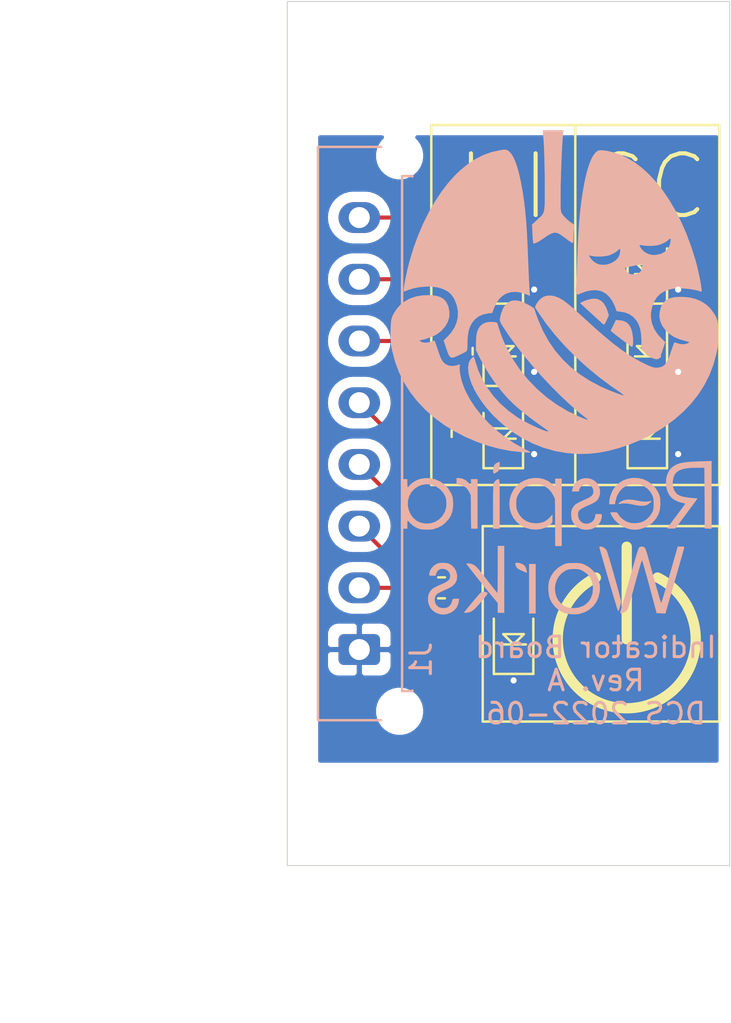
<source format=kicad_pcb>
(kicad_pcb (version 20171130) (host pcbnew "(5.1.10)-1")

  (general
    (thickness 1.6)
    (drawings 22)
    (tracks 74)
    (zones 0)
    (modules 20)
    (nets 16)
  )

  (page A4)
  (title_block
    (title "Indicator Board")
    (rev A)
    (company RespiraWorks)
  )

  (layers
    (0 F.Cu signal)
    (1 In1.Cu power)
    (2 In2.Cu power)
    (31 B.Cu signal)
    (32 B.Adhes user)
    (33 F.Adhes user)
    (34 B.Paste user)
    (35 F.Paste user)
    (36 B.SilkS user)
    (37 F.SilkS user)
    (38 B.Mask user)
    (39 F.Mask user)
    (40 Dwgs.User user)
    (41 Cmts.User user)
    (42 Eco1.User user)
    (43 Eco2.User user)
    (44 Edge.Cuts user)
    (45 Margin user)
    (46 B.CrtYd user)
    (47 F.CrtYd user)
    (48 B.Fab user)
    (49 F.Fab user)
  )

  (setup
    (last_trace_width 0.18)
    (user_trace_width 0.2)
    (user_trace_width 0.28)
    (user_trace_width 0.35)
    (user_trace_width 0.5)
    (user_trace_width 1)
    (user_trace_width 2)
    (user_trace_width 4)
    (user_trace_width 5)
    (trace_clearance 0.153)
    (zone_clearance 0.508)
    (zone_45_only no)
    (trace_min 0.18)
    (via_size 0.6)
    (via_drill 0.3)
    (via_min_size 0.6)
    (via_min_drill 0.3)
    (user_via 0.9 0.5)
    (uvia_size 0.3)
    (uvia_drill 0.1)
    (uvias_allowed no)
    (uvia_min_size 0.2)
    (uvia_min_drill 0.1)
    (edge_width 0.05)
    (segment_width 0.2)
    (pcb_text_width 0.3)
    (pcb_text_size 1.5 1.5)
    (mod_edge_width 0.12)
    (mod_text_size 1 1)
    (mod_text_width 0.15)
    (pad_size 1.524 1.524)
    (pad_drill 0.762)
    (pad_to_mask_clearance 0)
    (aux_axis_origin 0 0)
    (visible_elements 7FFDFFFF)
    (pcbplotparams
      (layerselection 0x010fc_ffffffff)
      (usegerberextensions false)
      (usegerberattributes true)
      (usegerberadvancedattributes true)
      (creategerberjobfile true)
      (excludeedgelayer true)
      (linewidth 0.100000)
      (plotframeref false)
      (viasonmask false)
      (mode 1)
      (useauxorigin false)
      (hpglpennumber 1)
      (hpglpenspeed 20)
      (hpglpendiameter 15.000000)
      (psnegative false)
      (psa4output false)
      (plotreference true)
      (plotvalue true)
      (plotinvisibletext false)
      (padsonsilk false)
      (subtractmaskfromsilk false)
      (outputformat 1)
      (mirror false)
      (drillshape 1)
      (scaleselection 1)
      (outputdirectory "manufacturing/"))
  )

  (net 0 "")
  (net 1 GND)
  (net 2 "Net-(D1-Pad2)")
  (net 3 "Net-(D2-Pad2)")
  (net 4 "Net-(D3-Pad2)")
  (net 5 "Net-(D4-Pad2)")
  (net 6 "Net-(D5-Pad2)")
  (net 7 "Net-(D6-Pad2)")
  (net 8 "Net-(D7-Pad2)")
  (net 9 /UI-LED-Y)
  (net 10 /UI-LED-R)
  (net 11 /UI-LED-G)
  (net 12 /CC-LED-Y)
  (net 13 /CC-LED-R)
  (net 14 /CC-LED-G)
  (net 15 +5V)

  (net_class Default "This is the default net class."
    (clearance 0.153)
    (trace_width 0.18)
    (via_dia 0.6)
    (via_drill 0.3)
    (uvia_dia 0.3)
    (uvia_drill 0.1)
    (add_net +5V)
    (add_net /CC-LED-G)
    (add_net /CC-LED-R)
    (add_net /CC-LED-Y)
    (add_net /UI-LED-G)
    (add_net /UI-LED-R)
    (add_net /UI-LED-Y)
    (add_net GND)
    (add_net "Net-(D1-Pad2)")
    (add_net "Net-(D2-Pad2)")
    (add_net "Net-(D3-Pad2)")
    (add_net "Net-(D4-Pad2)")
    (add_net "Net-(D5-Pad2)")
    (add_net "Net-(D6-Pad2)")
    (add_net "Net-(D7-Pad2)")
  )

  (module RespiraWorks_Std:LED_0805_2012Metric (layer F.Cu) (tedit 5FA2ADDB) (tstamp 62B0ADFF)
    (at 122 73.000001 90)
    (descr "LED SMD 0805 (2012 Metric), square (rectangular) end terminal, IPC_7351 nominal, (Body size source: https://docs.google.com/spreadsheets/d/1BsfQQcO9C6DZCsRaXUlFlo91Tg2WpOkGARC1WS5S8t0/edit?usp=sharing), generated with kicad-footprint-generator")
    (tags diode)
    (path /62B70B3F)
    (attr smd)
    (fp_text reference D4 (at 0 -1.65 90) (layer F.SilkS) hide
      (effects (font (size 0.7 0.7) (thickness 0.15)))
    )
    (fp_text value Red (at 0 1.65 90) (layer F.Fab)
      (effects (font (size 1 1) (thickness 0.15)))
    )
    (fp_line (start 1.68 0.95) (end -1.68 0.95) (layer F.CrtYd) (width 0.05))
    (fp_line (start 1.68 -0.95) (end 1.68 0.95) (layer F.CrtYd) (width 0.05))
    (fp_line (start -1.68 -0.95) (end 1.68 -0.95) (layer F.CrtYd) (width 0.05))
    (fp_line (start -1.68 0.95) (end -1.68 -0.95) (layer F.CrtYd) (width 0.05))
    (fp_line (start -1.685 0.96) (end 1 0.96) (layer F.SilkS) (width 0.12))
    (fp_line (start -1.685 -0.96) (end -1.685 0.96) (layer F.SilkS) (width 0.12))
    (fp_line (start 1 -0.96) (end -1.685 -0.96) (layer F.SilkS) (width 0.12))
    (fp_line (start 1 0.6) (end 1 -0.6) (layer F.Fab) (width 0.1))
    (fp_line (start -1 0.6) (end 1 0.6) (layer F.Fab) (width 0.1))
    (fp_line (start -1 -0.3) (end -1 0.6) (layer F.Fab) (width 0.1))
    (fp_line (start -0.7 -0.6) (end -1 -0.3) (layer F.Fab) (width 0.1))
    (fp_line (start 1 -0.6) (end -0.7 -0.6) (layer F.Fab) (width 0.1))
    (fp_line (start -0.3 -0.35) (end -0.3 0.35) (layer F.Fab) (width 0.1))
    (fp_line (start -0.3 0) (end -0.5 0) (layer F.Fab) (width 0.1))
    (fp_line (start -0.3 0) (end 0.2 -0.35) (layer F.Fab) (width 0.1))
    (fp_line (start 0.2 -0.35) (end 0.2 0.35) (layer F.Fab) (width 0.1))
    (fp_line (start 0.2 0.35) (end -0.3 0) (layer F.Fab) (width 0.1))
    (fp_line (start 0.2 0) (end 0.45 0) (layer F.Fab) (width 0.1))
    (fp_line (start 0.25 0.5) (end -0.25 0) (layer F.SilkS) (width 0.12))
    (fp_line (start 0.25 -0.5) (end 0.25 0.5) (layer F.SilkS) (width 0.12))
    (fp_line (start -0.25 0) (end 0.25 -0.5) (layer F.SilkS) (width 0.12))
    (fp_line (start -0.25 -0.6) (end -0.25 0.6) (layer F.SilkS) (width 0.12))
    (fp_text user %R (at 0 1.5 90) (layer F.Fab)
      (effects (font (size 0.5 0.5) (thickness 0.08)))
    )
    (pad 2 smd roundrect (at 0.9375 0 90) (size 0.975 1.4) (layers F.Cu F.Paste F.Mask) (roundrect_rratio 0.25)
      (net 5 "Net-(D4-Pad2)"))
    (pad 1 smd roundrect (at -0.9375 0 90) (size 0.975 1.4) (layers F.Cu F.Paste F.Mask) (roundrect_rratio 0.25)
      (net 1 GND))
    (model ${KISYS3DMOD}/LED_SMD.3dshapes/LED_0805_2012Metric.wrl
      (at (xyz 0 0 0))
      (scale (xyz 1 1 1))
      (rotate (xyz 0 0 0))
    )
  )

  (module RespiraWorks:RespiraWorks-Logo-With-Text-16mm (layer B.Cu) (tedit 60624C22) (tstamp 62B0EA20)
    (at 117.5 78 180)
    (descr "RespiraWorks Logo with Text")
    (tags "RespiraWorks Logo Text Lungs")
    (fp_text reference G*** (at 0 0) (layer B.SilkS) hide
      (effects (font (size 1.524 1.524) (thickness 0.3)) (justify mirror))
    )
    (fp_text value LOGO (at 0.75 0) (layer B.SilkS) hide
      (effects (font (size 1.524 1.524) (thickness 0.3)) (justify mirror))
    )
    (fp_poly (pts (xy -0.781957 -9.299964) (xy -0.674352 -9.303811) (xy -0.593852 -9.313193) (xy -0.525788 -9.330539)
      (xy -0.455491 -9.358281) (xy -0.388808 -9.389109) (xy -0.164981 -9.524509) (xy 0.021221 -9.698484)
      (xy 0.1652 -9.905349) (xy 0.262359 -10.13942) (xy 0.282928 -10.219675) (xy 0.304066 -10.38067)
      (xy 0.306577 -10.567534) (xy 0.291864 -10.758603) (xy 0.261332 -10.932215) (xy 0.230092 -11.034889)
      (xy 0.120392 -11.244962) (xy -0.032175 -11.432537) (xy -0.217082 -11.587561) (xy -0.423798 -11.699983)
      (xy -0.493228 -11.725446) (xy -0.624458 -11.756315) (xy -0.7835 -11.776831) (xy -0.947891 -11.785517)
      (xy -1.095171 -11.780897) (xy -1.171222 -11.770029) (xy -1.438142 -11.686696) (xy -1.669454 -11.561154)
      (xy -1.862379 -11.396546) (xy -2.014142 -11.196011) (xy -2.121967 -10.962692) (xy -2.183077 -10.699729)
      (xy -2.191902 -10.615314) (xy -2.190177 -10.543182) (xy -1.862666 -10.543182) (xy -1.838115 -10.777232)
      (xy -1.766575 -10.987211) (xy -1.651216 -11.167694) (xy -1.49521 -11.313252) (xy -1.368398 -11.389089)
      (xy -1.165109 -11.460988) (xy -0.945975 -11.490639) (xy -0.728107 -11.477351) (xy -0.53417 -11.422781)
      (xy -0.450015 -11.377241) (xy -0.357778 -11.312652) (xy -0.326212 -11.286558) (xy -0.181002 -11.124535)
      (xy -0.079933 -10.938461) (xy -0.021863 -10.736697) (xy -0.00565 -10.527606) (xy -0.03015 -10.31955)
      (xy -0.094222 -10.120892) (xy -0.196721 -9.939993) (xy -0.336506 -9.785217) (xy -0.512434 -9.664925)
      (xy -0.550333 -9.646437) (xy -0.637693 -9.612281) (xy -0.728352 -9.592265) (xy -0.841895 -9.583173)
      (xy -0.945444 -9.581587) (xy -1.071338 -9.583111) (xy -1.16087 -9.590936) (xy -1.234099 -9.609687)
      (xy -1.311081 -9.643987) (xy -1.382889 -9.682446) (xy -1.570693 -9.814271) (xy -1.711853 -9.977499)
      (xy -1.806657 -10.172645) (xy -1.855391 -10.400222) (xy -1.862666 -10.543182) (xy -2.190177 -10.543182)
      (xy -2.185548 -10.349747) (xy -2.126922 -10.100219) (xy -2.019181 -9.872132) (xy -1.865487 -9.670885)
      (xy -1.668998 -9.501882) (xy -1.474852 -9.389574) (xy -1.392083 -9.351729) (xy -1.323326 -9.326254)
      (xy -1.253896 -9.310708) (xy -1.169108 -9.30265) (xy -1.054277 -9.299638) (xy -0.931333 -9.299222)
      (xy -0.781957 -9.299964)) (layer B.SilkS) (width 0.01))
    (fp_poly (pts (xy 5.527374 -9.289149) (xy 5.652154 -9.305871) (xy 5.708851 -9.323168) (xy 5.84617 -9.403823)
      (xy 5.962476 -9.515908) (xy 6.047658 -9.646209) (xy 6.091605 -9.78151) (xy 6.09538 -9.828389)
      (xy 6.0924 -9.873259) (xy 6.073192 -9.896321) (xy 6.023743 -9.904819) (xy 5.945245 -9.906)
      (xy 5.79449 -9.906) (xy 5.760263 -9.791761) (xy 5.703331 -9.681617) (xy 5.617437 -9.609789)
      (xy 5.513108 -9.574264) (xy 5.400876 -9.573032) (xy 5.291269 -9.604079) (xy 5.194816 -9.665394)
      (xy 5.122047 -9.754965) (xy 5.083491 -9.87078) (xy 5.08 -9.921752) (xy 5.090479 -10.015923)
      (xy 5.126486 -10.09512) (xy 5.194876 -10.165866) (xy 5.302502 -10.234682) (xy 5.456218 -10.308089)
      (xy 5.510234 -10.331099) (xy 5.642452 -10.389168) (xy 5.768063 -10.449225) (xy 5.869922 -10.50283)
      (xy 5.916821 -10.531256) (xy 6.035158 -10.643232) (xy 6.115245 -10.786493) (xy 6.156691 -10.950456)
      (xy 6.159105 -11.124543) (xy 6.122094 -11.298171) (xy 6.045269 -11.46076) (xy 5.955422 -11.575214)
      (xy 5.803327 -11.693116) (xy 5.624104 -11.767645) (xy 5.430928 -11.794948) (xy 5.263445 -11.777665)
      (xy 5.061057 -11.707423) (xy 4.895695 -11.597919) (xy 4.771081 -11.452994) (xy 4.690939 -11.276487)
      (xy 4.666414 -11.161979) (xy 4.648995 -11.034889) (xy 4.804912 -11.034889) (xy 4.894272 -11.036513)
      (xy 4.94263 -11.046836) (xy 4.965426 -11.07403) (xy 4.978099 -11.126272) (xy 4.978164 -11.126611)
      (xy 5.024226 -11.259482) (xy 5.102375 -11.372739) (xy 5.193391 -11.444371) (xy 5.317481 -11.483065)
      (xy 5.458646 -11.488657) (xy 5.591993 -11.4618) (xy 5.6549 -11.432259) (xy 5.755683 -11.339112)
      (xy 5.818828 -11.216166) (xy 5.840826 -11.078582) (xy 5.818169 -10.941519) (xy 5.784844 -10.870932)
      (xy 5.763163 -10.838339) (xy 5.736934 -10.809157) (xy 5.699288 -10.779531) (xy 5.64336 -10.745605)
      (xy 5.562283 -10.703522) (xy 5.449189 -10.649427) (xy 5.297211 -10.579464) (xy 5.133381 -10.505115)
      (xy 4.962538 -10.402776) (xy 4.840023 -10.273395) (xy 4.767245 -10.119285) (xy 4.745611 -9.942759)
      (xy 4.750415 -9.875823) (xy 4.7976 -9.689888) (xy 4.88851 -9.528528) (xy 5.016509 -9.400997)
      (xy 5.142594 -9.328942) (xy 5.249388 -9.300921) (xy 5.385384 -9.287578) (xy 5.527374 -9.289149)) (layer B.SilkS) (width 0.01))
    (fp_poly (pts (xy -5.937298 -8.657167) (xy -5.919641 -8.71831) (xy -5.888389 -8.827276) (xy -5.845389 -8.977597)
      (xy -5.792486 -9.162807) (xy -5.731528 -9.376436) (xy -5.664362 -9.612016) (xy -5.592835 -9.863081)
      (xy -5.546083 -10.027277) (xy -5.474249 -10.277857) (xy -5.406408 -10.511113) (xy -5.344229 -10.721553)
      (xy -5.28938 -10.903687) (xy -5.243528 -11.052023) (xy -5.208342 -11.161069) (xy -5.185489 -11.225333)
      (xy -5.177487 -11.240833) (xy -5.164992 -11.218621) (xy -5.140118 -11.148527) (xy -5.102645 -11.029784)
      (xy -5.052353 -10.861624) (xy -4.98902 -10.643282) (xy -4.912426 -10.373989) (xy -4.822351 -10.05298)
      (xy -4.718574 -9.679488) (xy -4.600875 -9.252745) (xy -4.501977 -8.892339) (xy -4.463964 -8.765931)
      (xy -4.424736 -8.656156) (xy -4.389647 -8.577008) (xy -4.369728 -8.546617) (xy -4.292278 -8.504497)
      (xy -4.197189 -8.498402) (xy -4.111555 -8.529935) (xy -4.10975 -8.531234) (xy -4.091307 -8.561923)
      (xy -4.062487 -8.63551) (xy -4.022759 -8.753742) (xy -3.971589 -8.918368) (xy -3.908445 -9.131134)
      (xy -3.832796 -9.393789) (xy -3.744107 -9.708079) (xy -3.669022 -9.977623) (xy -3.591698 -10.255992)
      (xy -3.517288 -10.522989) (xy -3.447463 -10.772675) (xy -3.383895 -10.999114) (xy -3.328255 -11.196368)
      (xy -3.282215 -11.358499) (xy -3.247446 -11.479571) (xy -3.225619 -11.553646) (xy -3.222403 -11.564056)
      (xy -3.193517 -11.666549) (xy -3.190635 -11.72431) (xy -3.219896 -11.741994) (xy -3.287437 -11.724256)
      (xy -3.380829 -11.684215) (xy -3.473596 -11.62846) (xy -3.533993 -11.551168) (xy -3.554611 -11.508446)
      (xy -3.573344 -11.455204) (xy -3.60472 -11.353951) (xy -3.646866 -11.211224) (xy -3.697913 -11.033559)
      (xy -3.755991 -10.827491) (xy -3.819228 -10.599558) (xy -3.885754 -10.356295) (xy -3.9105 -10.264924)
      (xy -3.976348 -10.023812) (xy -4.038619 -9.800894) (xy -4.095637 -9.6018) (xy -4.145724 -9.432164)
      (xy -4.187203 -9.297617) (xy -4.218398 -9.20379) (xy -4.237631 -9.156315) (xy -4.241999 -9.151593)
      (xy -4.254792 -9.179935) (xy -4.280433 -9.257474) (xy -4.317369 -9.378828) (xy -4.364052 -9.538615)
      (xy -4.41893 -9.731456) (xy -4.480453 -9.951968) (xy -4.547069 -10.194771) (xy -4.614329 -10.443668)
      (xy -4.958426 -11.726333) (xy -5.16887 -11.734476) (xy -5.379315 -11.742618) (xy -5.827195 -10.182254)
      (xy -5.909666 -9.894599) (xy -5.987652 -9.621931) (xy -6.059723 -9.369299) (xy -6.124446 -9.141754)
      (xy -6.18039 -8.944346) (xy -6.226123 -8.782125) (xy -6.260213 -8.660141) (xy -6.281228 -8.583444)
      (xy -6.287606 -8.558389) (xy -6.290598 -8.522292) (xy -6.272894 -8.503324) (xy -6.22199 -8.496016)
      (xy -6.142412 -8.494889) (xy -5.984688 -8.494889) (xy -5.937298 -8.657167)) (layer B.SilkS) (width 0.01))
    (fp_poly (pts (xy 1.241778 -11.740445) (xy 0.931334 -11.740445) (xy 0.931334 -9.341556) (xy 1.241778 -9.341556)
      (xy 1.241778 -11.740445)) (layer B.SilkS) (width 0.01))
    (fp_poly (pts (xy 2.765778 -9.609667) (xy 2.766282 -9.857413) (xy 2.767722 -10.08664) (xy 2.769986 -10.291415)
      (xy 2.772966 -10.46581) (xy 2.776551 -10.603894) (xy 2.780632 -10.699737) (xy 2.785098 -10.747408)
      (xy 2.786945 -10.751662) (xy 2.80898 -10.729886) (xy 2.860614 -10.668914) (xy 2.937264 -10.574468)
      (xy 3.034347 -10.452269) (xy 3.14728 -10.30804) (xy 3.271479 -10.147502) (xy 3.28664 -10.12778)
      (xy 3.443396 -9.924897) (xy 3.5715 -9.762437) (xy 3.675756 -9.635363) (xy 3.760968 -9.538638)
      (xy 3.831942 -9.467227) (xy 3.893483 -9.416091) (xy 3.950395 -9.380196) (xy 4.007482 -9.354503)
      (xy 4.032934 -9.345453) (xy 4.110663 -9.325902) (xy 4.191455 -9.315041) (xy 4.257001 -9.314149)
      (xy 4.288993 -9.324507) (xy 4.289778 -9.32749) (xy 4.272861 -9.353864) (xy 4.225237 -9.418263)
      (xy 4.151597 -9.514744) (xy 4.056633 -9.637366) (xy 3.945037 -9.780187) (xy 3.821499 -9.937267)
      (xy 3.690712 -10.102663) (xy 3.557367 -10.270435) (xy 3.426155 -10.434641) (xy 3.301767 -10.58934)
      (xy 3.188895 -10.72859) (xy 3.092231 -10.84645) (xy 3.055056 -10.891181) (xy 2.765778 -11.237325)
      (xy 2.765778 -11.712222) (xy 2.455334 -11.712222) (xy 2.455334 -8.466667) (xy 2.765778 -8.466667)
      (xy 2.765778 -9.609667)) (layer B.SilkS) (width 0.01))
    (fp_poly (pts (xy 3.579768 -10.72945) (xy 3.621349 -10.759722) (xy 3.662871 -10.804956) (xy 3.729524 -10.881276)
      (xy 3.814879 -10.980974) (xy 3.91251 -11.096344) (xy 4.01599 -11.219678) (xy 4.118891 -11.343267)
      (xy 4.214787 -11.459404) (xy 4.29725 -11.560382) (xy 4.359853 -11.638493) (xy 4.396168 -11.686029)
      (xy 4.402667 -11.696703) (xy 4.378205 -11.708908) (xy 4.316969 -11.709887) (xy 4.237185 -11.701108)
      (xy 4.157078 -11.684034) (xy 4.127186 -11.674549) (xy 4.053789 -11.641401) (xy 3.978282 -11.592019)
      (xy 3.894304 -11.52048) (xy 3.795494 -11.420861) (xy 3.675488 -11.28724) (xy 3.539065 -11.127003)
      (xy 3.428801 -10.994532) (xy 3.351138 -10.898162) (xy 3.301859 -10.83121) (xy 3.276746 -10.786993)
      (xy 3.271583 -10.758828) (xy 3.282152 -10.740034) (xy 3.290519 -10.733143) (xy 3.377619 -10.699623)
      (xy 3.482759 -10.699093) (xy 3.579768 -10.72945)) (layer B.SilkS) (width 0.01))
    (fp_poly (pts (xy -2.190186 -8.497705) (xy -2.172657 -8.516056) (xy -2.180108 -8.55105) (xy -2.20172 -8.633443)
      (xy -2.235785 -8.757383) (xy -2.280594 -8.917021) (xy -2.33444 -9.106505) (xy -2.395612 -9.319984)
      (xy -2.462402 -9.551608) (xy -2.533101 -9.795527) (xy -2.606002 -10.045889) (xy -2.679394 -10.296845)
      (xy -2.75157 -10.542543) (xy -2.820821 -10.777132) (xy -2.885437 -10.994763) (xy -2.94371 -11.189584)
      (xy -2.993932 -11.355745) (xy -3.034394 -11.487395) (xy -3.063386 -11.578684) (xy -3.079201 -11.62376)
      (xy -3.08139 -11.627556) (xy -3.099396 -11.602719) (xy -3.126995 -11.537457) (xy -3.158358 -11.44564)
      (xy -3.159755 -11.441138) (xy -3.189649 -11.33085) (xy -3.210465 -11.228257) (xy -3.217333 -11.162452)
      (xy -3.209695 -11.115654) (xy -3.18809 -11.021722) (xy -3.154483 -10.887669) (xy -3.110839 -10.72051)
      (xy -3.059125 -10.527259) (xy -3.001304 -10.314931) (xy -2.939341 -10.090539) (xy -2.875203 -9.861099)
      (xy -2.810854 -9.633625) (xy -2.748258 -9.415131) (xy -2.689383 -9.212631) (xy -2.636191 -9.03314)
      (xy -2.590649 -8.883672) (xy -2.554722 -8.771243) (xy -2.530374 -8.702865) (xy -2.524708 -8.690162)
      (xy -2.469147 -8.616108) (xy -2.394543 -8.552736) (xy -2.390463 -8.550191) (xy -2.315983 -8.515098)
      (xy -2.243522 -8.496709) (xy -2.190186 -8.497705)) (layer B.SilkS) (width 0.01))
    (fp_poly (pts (xy 1.886097 -9.288106) (xy 1.912935 -9.304028) (xy 1.910338 -9.345059) (xy 1.906148 -9.362722)
      (xy 1.876814 -9.451656) (xy 1.832015 -9.522072) (xy 1.762137 -9.582083) (xy 1.657566 -9.639801)
      (xy 1.508689 -9.70334) (xy 1.497025 -9.707953) (xy 1.352072 -9.765088) (xy 1.371252 -9.659155)
      (xy 1.395724 -9.563874) (xy 1.428887 -9.47738) (xy 1.430866 -9.473393) (xy 1.494434 -9.400242)
      (xy 1.595877 -9.338662) (xy 1.716685 -9.297665) (xy 1.816337 -9.285731) (xy 1.886097 -9.288106)) (layer B.SilkS) (width 0.01))
    (fp_poly (pts (xy 1.216634 -5.194521) (xy 1.443777 -5.268549) (xy 1.654799 -5.382744) (xy 1.841714 -5.53603)
      (xy 1.989622 -5.716795) (xy 2.110592 -5.945619) (xy 2.180954 -6.184571) (xy 2.202927 -6.426812)
      (xy 2.178727 -6.665501) (xy 2.110569 -6.893802) (xy 2.000671 -7.104874) (xy 1.851249 -7.29188)
      (xy 1.664518 -7.447979) (xy 1.442696 -7.566334) (xy 1.382889 -7.588921) (xy 1.142334 -7.64869)
      (xy 0.899829 -7.664266) (xy 0.665579 -7.637105) (xy 0.449786 -7.568664) (xy 0.262653 -7.4604)
      (xy 0.215818 -7.422303) (xy 0.161207 -7.371229) (xy 0.130401 -7.326307) (xy 0.116598 -7.268814)
      (xy 0.112998 -7.180032) (xy 0.112889 -7.138988) (xy 0.112889 -6.946046) (xy 0.257368 -7.098811)
      (xy 0.403353 -7.227479) (xy 0.560847 -7.311336) (xy 0.742726 -7.355596) (xy 0.917222 -7.366)
      (xy 1.155463 -7.341083) (xy 1.367994 -7.268002) (xy 1.550765 -7.149262) (xy 1.699726 -6.987365)
      (xy 1.793809 -6.824147) (xy 1.836707 -6.720712) (xy 1.861611 -6.628614) (xy 1.873148 -6.524268)
      (xy 1.875914 -6.405851) (xy 1.873971 -6.278869) (xy 1.863798 -6.185452) (xy 1.84051 -6.102819)
      (xy 1.799221 -6.008189) (xy 1.78387 -5.976647) (xy 1.662933 -5.785239) (xy 1.505634 -5.633504)
      (xy 1.330286 -5.526535) (xy 1.254362 -5.494127) (xy 1.175578 -5.474402) (xy 1.076406 -5.464507)
      (xy 0.939317 -5.461588) (xy 0.931334 -5.461574) (xy 0.798554 -5.463238) (xy 0.704116 -5.47084)
      (xy 0.629976 -5.487759) (xy 0.558089 -5.517375) (xy 0.514092 -5.539711) (xy 0.31569 -5.674531)
      (xy 0.157172 -5.84929) (xy 0.067564 -6.000214) (xy -0.014111 -6.166556) (xy -0.022628 -7.316611)
      (xy -0.031145 -8.466667) (xy -0.338666 -8.466667) (xy -0.338666 -5.192889) (xy -0.028222 -5.192889)
      (xy -0.028222 -5.390445) (xy -0.027037 -5.487827) (xy -0.023917 -5.558388) (xy -0.019519 -5.587846)
      (xy -0.01916 -5.588) (xy 0.004243 -5.570069) (xy 0.056336 -5.523293) (xy 0.118705 -5.464585)
      (xy 0.306626 -5.321623) (xy 0.518368 -5.224212) (xy 0.745942 -5.171276) (xy 0.98136 -5.161738)
      (xy 1.216634 -5.194521)) (layer B.SilkS) (width 0.01))
    (fp_poly (pts (xy -3.54427 -5.200687) (xy -3.337539 -5.276724) (xy -3.164001 -5.381071) (xy -3.00264 -5.520786)
      (xy -2.870453 -5.679712) (xy -2.813603 -5.774812) (xy -2.743892 -5.934014) (xy -2.690374 -6.098674)
      (xy -2.658849 -6.248875) (xy -2.652889 -6.3269) (xy -2.652889 -6.434667) (xy -2.922196 -6.434667)
      (xy -2.954389 -6.26527) (xy -3.024554 -6.028694) (xy -3.137464 -5.825397) (xy -3.290394 -5.659147)
      (xy -3.480615 -5.533713) (xy -3.485444 -5.53132) (xy -3.564228 -5.496924) (xy -3.641493 -5.475909)
      (xy -3.735341 -5.46519) (xy -3.863875 -5.461681) (xy -3.894666 -5.461574) (xy -4.027647 -5.463261)
      (xy -4.12222 -5.470905) (xy -4.19636 -5.487847) (xy -4.268043 -5.517425) (xy -4.310001 -5.538744)
      (xy -4.504745 -5.670656) (xy -4.656278 -5.83882) (xy -4.737952 -5.98067) (xy -4.773286 -6.063286)
      (xy -4.795255 -6.139628) (xy -4.806843 -6.227592) (xy -4.811032 -6.345074) (xy -4.811285 -6.420556)
      (xy -4.808858 -6.561699) (xy -4.800506 -6.663245) (xy -4.783553 -6.74195) (xy -4.755324 -6.814567)
      (xy -4.74486 -6.836445) (xy -4.627563 -7.015542) (xy -4.469129 -7.169787) (xy -4.311914 -7.271073)
      (xy -4.132694 -7.335551) (xy -3.93037 -7.363782) (xy -3.726017 -7.354647) (xy -3.551849 -7.31135)
      (xy -3.397656 -7.233851) (xy -3.253861 -7.126822) (xy -3.138026 -7.00471) (xy -3.089909 -6.931433)
      (xy -3.055847 -6.874098) (xy -3.020788 -6.843766) (xy -2.966352 -6.831854) (xy -2.874159 -6.829778)
      (xy -2.872249 -6.829778) (xy -2.784856 -6.832142) (xy -2.725726 -6.838267) (xy -2.709333 -6.844827)
      (xy -2.721111 -6.876193) (xy -2.751584 -6.941793) (xy -2.783281 -7.005806) (xy -2.901527 -7.183582)
      (xy -3.063041 -7.346305) (xy -3.254932 -7.484594) (xy -3.464311 -7.589065) (xy -3.665685 -7.648073)
      (xy -3.810006 -7.668732) (xy -3.939741 -7.670262) (xy -4.084257 -7.652363) (xy -4.134269 -7.643277)
      (xy -4.327557 -7.585703) (xy -4.522672 -7.491575) (xy -4.696257 -7.373187) (xy -4.765167 -7.311256)
      (xy -4.926651 -7.122507) (xy -5.039356 -6.923998) (xy -5.10683 -6.706165) (xy -5.132622 -6.459442)
      (xy -5.131113 -6.324965) (xy -5.122599 -6.184771) (xy -5.108094 -6.080324) (xy -5.083024 -5.990944)
      (xy -5.042811 -5.895951) (xy -5.030497 -5.870222) (xy -4.893452 -5.64886) (xy -4.719443 -5.46524)
      (xy -4.515594 -5.32186) (xy -4.289028 -5.221217) (xy -4.04687 -5.165809) (xy -3.796242 -5.158133)
      (xy -3.54427 -5.200687)) (layer B.SilkS) (width 0.01))
    (fp_poly (pts (xy -1.274798 -5.21707) (xy -1.124341 -5.297708) (xy -0.998928 -5.414115) (xy -0.907265 -5.563149)
      (xy -0.863315 -5.707945) (xy -0.844109 -5.813778) (xy -1.014721 -5.813778) (xy -1.109057 -5.81224)
      (xy -1.160148 -5.804103) (xy -1.181178 -5.784082) (xy -1.185331 -5.746892) (xy -1.185333 -5.745388)
      (xy -1.209697 -5.661912) (xy -1.272748 -5.577573) (xy -1.359428 -5.508744) (xy -1.432372 -5.476738)
      (xy -1.570313 -5.464045) (xy -1.693573 -5.499064) (xy -1.793165 -5.573586) (xy -1.860104 -5.679399)
      (xy -1.885404 -5.808294) (xy -1.878614 -5.884472) (xy -1.843909 -5.972148) (xy -1.770808 -6.051572)
      (xy -1.653202 -6.127872) (xy -1.505937 -6.1974) (xy -1.319914 -6.278345) (xy -1.17857 -6.345777)
      (xy -1.073399 -6.40509) (xy -0.995897 -6.461677) (xy -0.937559 -6.520935) (xy -0.889989 -6.588082)
      (xy -0.844681 -6.668006) (xy -0.819049 -6.738258) (xy -0.807896 -6.820651) (xy -0.806028 -6.936995)
      (xy -0.806056 -6.940506) (xy -0.811517 -7.070545) (xy -0.828933 -7.169122) (xy -0.863572 -7.260826)
      (xy -0.883255 -7.30075) (xy -0.993726 -7.457521) (xy -1.138749 -7.573707) (xy -1.311357 -7.64696)
      (xy -1.504581 -7.674931) (xy -1.711455 -7.655273) (xy -1.834444 -7.621296) (xy -1.9955 -7.538417)
      (xy -2.128612 -7.415537) (xy -2.225681 -7.263747) (xy -2.27861 -7.094135) (xy -2.286 -7.002892)
      (xy -2.283667 -6.952331) (xy -2.267404 -6.926015) (xy -2.223317 -6.916025) (xy -2.137508 -6.914445)
      (xy -2.130778 -6.914445) (xy -2.041937 -6.916184) (xy -1.995684 -6.925764) (xy -1.978177 -6.949725)
      (xy -1.975555 -6.98779) (xy -1.952797 -7.101831) (xy -1.893768 -7.214427) (xy -1.812339 -7.300628)
      (xy -1.795289 -7.312078) (xy -1.647348 -7.374508) (xy -1.50296 -7.386348) (xy -1.370768 -7.352309)
      (xy -1.259418 -7.277104) (xy -1.177555 -7.165443) (xy -1.133824 -7.022039) (xy -1.128889 -6.948881)
      (xy -1.132779 -6.853624) (xy -1.150704 -6.790607) (xy -1.192046 -6.735817) (xy -1.224637 -6.703807)
      (xy -1.295727 -6.65176) (xy -1.405395 -6.589388) (xy -1.538848 -6.524731) (xy -1.612692 -6.492891)
      (xy -1.786673 -6.417469) (xy -1.915888 -6.351386) (xy -2.009698 -6.287975) (xy -2.077466 -6.220572)
      (xy -2.128554 -6.142514) (xy -2.142 -6.116079) (xy -2.195686 -5.944048) (xy -2.199679 -5.76474)
      (xy -2.156914 -5.590587) (xy -2.070325 -5.434022) (xy -1.952917 -5.315003) (xy -1.789359 -5.221167)
      (xy -1.616014 -5.175659) (xy -1.441592 -5.17534) (xy -1.274798 -5.21707)) (layer B.SilkS) (width 0.01))
    (fp_poly (pts (xy 6.534571 -5.208143) (xy 6.684989 -5.262097) (xy 6.835191 -5.341726) (xy 6.966569 -5.435585)
      (xy 7.059622 -5.53102) (xy 7.106139 -5.586437) (xy 7.141048 -5.615123) (xy 7.14553 -5.616222)
      (xy 7.156824 -5.590388) (xy 7.165008 -5.522403) (xy 7.168427 -5.426539) (xy 7.168445 -5.418667)
      (xy 7.168445 -5.221111) (xy 7.478889 -5.221111) (xy 7.478889 -7.62) (xy 7.168445 -7.62)
      (xy 7.168445 -7.422445) (xy 7.166142 -7.325068) (xy 7.160081 -7.254509) (xy 7.151536 -7.225044)
      (xy 7.150836 -7.224889) (xy 7.124258 -7.244418) (xy 7.073285 -7.295069) (xy 7.02235 -7.350852)
      (xy 6.915779 -7.448652) (xy 6.781471 -7.538712) (xy 6.729382 -7.566458) (xy 6.629516 -7.611843)
      (xy 6.541249 -7.640128) (xy 6.443161 -7.656108) (xy 6.313832 -7.664579) (xy 6.286367 -7.665648)
      (xy 6.128262 -7.665849) (xy 5.985165 -7.655802) (xy 5.884334 -7.638561) (xy 5.660444 -7.563205)
      (xy 5.472003 -7.459319) (xy 5.320502 -7.335861) (xy 5.159781 -7.159587) (xy 5.046068 -6.974911)
      (xy 4.975481 -6.771689) (xy 4.944136 -6.539772) (xy 4.943709 -6.383074) (xy 5.25859 -6.383074)
      (xy 5.272986 -6.576418) (xy 5.318167 -6.756505) (xy 5.342531 -6.815667) (xy 5.465683 -7.018261)
      (xy 5.622915 -7.178679) (xy 5.808099 -7.294361) (xy 6.015106 -7.362748) (xy 6.23781 -7.381279)
      (xy 6.470082 -7.347393) (xy 6.554448 -7.322012) (xy 6.731023 -7.232914) (xy 6.882603 -7.100024)
      (xy 7.00437 -6.932268) (xy 7.091506 -6.738569) (xy 7.139193 -6.52785) (xy 7.142612 -6.309038)
      (xy 7.134888 -6.246948) (xy 7.07508 -6.035044) (xy 6.970579 -5.848743) (xy 6.828835 -5.692991)
      (xy 6.657299 -5.572731) (xy 6.463419 -5.492909) (xy 6.254647 -5.458467) (xy 6.038432 -5.474351)
      (xy 5.987975 -5.48576) (xy 5.768639 -5.569866) (xy 5.577339 -5.69986) (xy 5.421293 -5.869761)
      (xy 5.32404 -6.036101) (xy 5.275451 -6.196344) (xy 5.25859 -6.383074) (xy 4.943709 -6.383074)
      (xy 4.943621 -6.350962) (xy 4.951413 -6.212705) (xy 4.964755 -6.110471) (xy 4.98824 -6.023849)
      (xy 5.026466 -5.932425) (xy 5.04784 -5.888055) (xy 5.187794 -5.664671) (xy 5.365722 -5.47851)
      (xy 5.574521 -5.332818) (xy 5.807092 -5.230843) (xy 6.056332 -5.175834) (xy 6.31514 -5.171036)
      (xy 6.534571 -5.208143)) (layer B.SilkS) (width 0.01))
    (fp_poly (pts (xy -7.020278 -4.355731) (xy -6.723436 -4.36809) (xy -6.475926 -4.386294) (xy -6.2708 -4.411917)
      (xy -6.101105 -4.446536) (xy -5.959893 -4.491725) (xy -5.840213 -4.549059) (xy -5.735116 -4.620114)
      (xy -5.690587 -4.657108) (xy -5.567574 -4.800803) (xy -5.479534 -4.977919) (xy -5.426566 -5.177495)
      (xy -5.408771 -5.388566) (xy -5.42625 -5.600172) (xy -5.479104 -5.801348) (xy -5.567432 -5.981132)
      (xy -5.677202 -6.115454) (xy -5.79925 -6.207143) (xy -5.953765 -6.287892) (xy -6.11677 -6.346509)
      (xy -6.21749 -6.367654) (xy -6.30155 -6.383793) (xy -6.337358 -6.40499) (xy -6.337782 -6.425798)
      (xy -6.317054 -6.458558) (xy -6.266879 -6.529554) (xy -6.1921 -6.632187) (xy -6.097559 -6.759857)
      (xy -5.988099 -6.905963) (xy -5.898792 -7.02411) (xy -5.782339 -7.17837) (xy -5.678123 -7.317899)
      (xy -5.590762 -7.436394) (xy -5.524873 -7.527552) (xy -5.485073 -7.585069) (xy -5.475111 -7.602501)
      (xy -5.50088 -7.611312) (xy -5.568614 -7.615566) (xy -5.663955 -7.614401) (xy -5.669294 -7.614181)
      (xy -5.863477 -7.605889) (xy -6.399351 -6.886222) (xy -6.529826 -6.710712) (xy -6.648609 -6.550378)
      (xy -6.751722 -6.410634) (xy -6.835185 -6.296894) (xy -6.895021 -6.214573) (xy -6.92725 -6.169085)
      (xy -6.931767 -6.161729) (xy -6.904083 -6.157384) (xy -6.831385 -6.149177) (xy -6.724877 -6.138302)
      (xy -6.602134 -6.126548) (xy -6.387589 -6.1015) (xy -6.219513 -6.069094) (xy -6.088083 -6.026145)
      (xy -5.983479 -5.969466) (xy -5.898124 -5.898124) (xy -5.800453 -5.760719) (xy -5.745374 -5.586399)
      (xy -5.732863 -5.37508) (xy -5.736283 -5.317714) (xy -5.765956 -5.140265) (xy -5.826202 -4.99398)
      (xy -5.920511 -4.876849) (xy -6.052368 -4.786866) (xy -6.225262 -4.722022) (xy -6.44268 -4.68031)
      (xy -6.70811 -4.659721) (xy -6.884486 -4.656667) (xy -7.28083 -4.656667) (xy -7.295444 -7.605889)
      (xy -7.62 -7.622817) (xy -7.62 -4.337281) (xy -7.020278 -4.355731)) (layer B.SilkS) (width 0.01))
    (fp_poly (pts (xy 2.811822 -5.245627) (xy 2.892022 -5.309917) (xy 2.949384 -5.390756) (xy 2.960478 -5.420075)
      (xy 2.96951 -5.464479) (xy 2.976677 -5.529355) (xy 2.982175 -5.620094) (xy 2.986202 -5.742085)
      (xy 2.988954 -5.900717) (xy 2.990628 -6.101379) (xy 2.99142 -6.349461) (xy 2.991556 -6.546154)
      (xy 2.991556 -7.62) (xy 2.681111 -7.62) (xy 2.681111 -6.420556) (xy 2.681222 -6.128684)
      (xy 2.681695 -5.888287) (xy 2.682735 -5.694399) (xy 2.684553 -5.542048) (xy 2.687354 -5.426268)
      (xy 2.691348 -5.34209) (xy 2.696742 -5.284545) (xy 2.703743 -5.248664) (xy 2.71256 -5.22948)
      (xy 2.7234 -5.222024) (xy 2.731276 -5.221111) (xy 2.811822 -5.245627)) (layer B.SilkS) (width 0.01))
    (fp_poly (pts (xy 4.769556 -5.319889) (xy 4.767597 -5.408895) (xy 4.75776 -5.455247) (xy 4.734107 -5.472704)
      (xy 4.702548 -5.475111) (xy 4.602133 -5.490858) (xy 4.481926 -5.531847) (xy 4.366718 -5.588698)
      (xy 4.318237 -5.62051) (xy 4.257804 -5.681762) (xy 4.193447 -5.772044) (xy 4.154906 -5.840855)
      (xy 4.078111 -5.997222) (xy 4.060125 -7.62) (xy 3.753556 -7.62) (xy 3.753556 -5.221111)
      (xy 4.064 -5.221111) (xy 4.064 -5.53766) (xy 4.191332 -5.396037) (xy 4.339493 -5.267876)
      (xy 4.506044 -5.189719) (xy 4.675805 -5.164667) (xy 4.769556 -5.164667) (xy 4.769556 -5.319889)) (layer B.SilkS) (width 0.01))
    (fp_poly (pts (xy -3.359007 -6.243342) (xy -3.206583 -6.315823) (xy -3.154829 -6.356338) (xy -3.109755 -6.401744)
      (xy -3.09912 -6.424505) (xy -3.109594 -6.424342) (xy -3.305085 -6.390008) (xy -3.531239 -6.396515)
      (xy -3.739444 -6.433578) (xy -3.976019 -6.483373) (xy -4.16794 -6.507802) (xy -4.320843 -6.507128)
      (xy -4.440363 -6.481615) (xy -4.473222 -6.467894) (xy -4.537288 -6.431066) (xy -4.600938 -6.38491)
      (xy -4.65539 -6.337875) (xy -4.691861 -6.298413) (xy -4.701568 -6.274973) (xy -4.675729 -6.276007)
      (xy -4.670778 -6.277809) (xy -4.537748 -6.307874) (xy -4.369327 -6.314309) (xy -4.181276 -6.29735)
      (xy -4.031921 -6.268232) (xy -3.770011 -6.219714) (xy -3.546262 -6.211361) (xy -3.359007 -6.243342)) (layer B.SilkS) (width 0.01))
    (fp_poly (pts (xy 2.762319 -4.40569) (xy 2.869561 -4.462367) (xy 2.93951 -4.549006) (xy 2.977571 -4.674062)
      (xy 2.986508 -4.756356) (xy 2.989644 -4.865278) (xy 2.977307 -4.923907) (xy 2.942841 -4.937705)
      (xy 2.879589 -4.912132) (xy 2.831079 -4.883849) (xy 2.753883 -4.82558) (xy 2.707798 -4.756327)
      (xy 2.685894 -4.660527) (xy 2.681111 -4.547101) (xy 2.681111 -4.377381) (xy 2.762319 -4.40569)) (layer B.SilkS) (width 0.01))
    (fp_poly (pts (xy 0.425815 3.688027) (xy 0.543566 3.644563) (xy 0.67555 3.555864) (xy 0.797938 3.430508)
      (xy 0.893061 3.287704) (xy 0.91527 3.240471) (xy 0.956848 3.14096) (xy 0.785935 2.876673)
      (xy 0.409982 2.336668) (xy -0.017066 1.798364) (xy -0.489969 1.266912) (xy -1.003482 0.747464)
      (xy -1.552364 0.245171) (xy -2.131371 -0.234815) (xy -2.735262 -0.687342) (xy -3.089675 -0.931737)
      (xy -3.20124 -1.008499) (xy -3.290163 -1.073987) (xy -3.348819 -1.122239) (xy -3.369579 -1.147296)
      (xy -3.367986 -1.149227) (xy -3.324722 -1.144699) (xy -3.238653 -1.120745) (xy -3.118615 -1.080723)
      (xy -2.973443 -1.027994) (xy -2.811973 -0.965918) (xy -2.643041 -0.897853) (xy -2.475483 -0.82716)
      (xy -2.318133 -0.757198) (xy -2.236651 -0.719055) (xy -1.702558 -0.436144) (xy -1.214087 -0.120256)
      (xy -0.770384 0.229557) (xy -0.370595 0.614242) (xy -0.013867 1.034748) (xy 0.300656 1.49202)
      (xy 0.573826 1.987007) (xy 0.806499 2.520655) (xy 0.889796 2.749133) (xy 1.007611 3.090333)
      (xy 1.229614 3.225152) (xy 1.480247 3.358082) (xy 1.709145 3.439597) (xy 1.915752 3.469859)
      (xy 2.099511 3.449033) (xy 2.259866 3.37728) (xy 2.396261 3.254764) (xy 2.508139 3.081649)
      (xy 2.594945 2.858098) (xy 2.605454 2.821373) (xy 2.642626 2.679772) (xy 2.661484 2.575356)
      (xy 2.65974 2.491188) (xy 2.635107 2.41033) (xy 2.585297 2.315846) (xy 2.523659 2.215677)
      (xy 2.218599 1.755084) (xy 1.870873 1.275072) (xy 1.487275 0.783418) (xy 1.074598 0.287901)
      (xy 0.639635 -0.2037) (xy 0.189179 -0.683607) (xy -0.269975 -1.144042) (xy -0.731036 -1.577226)
      (xy -0.988625 -1.805958) (xy -1.112042 -1.911248) (xy -1.240397 -2.017556) (xy -1.356999 -2.11122)
      (xy -1.432277 -2.169112) (xy -1.533481 -2.246624) (xy -1.594635 -2.299934) (xy -1.614039 -2.329032)
      (xy -1.589989 -2.333913) (xy -1.520784 -2.314569) (xy -1.404721 -2.270992) (xy -1.240097 -2.203175)
      (xy -1.157111 -2.167909) (xy -0.612123 -1.904502) (xy -0.091354 -1.591992) (xy 0.401498 -1.233861)
      (xy 0.862736 -0.833586) (xy 1.288663 -0.394649) (xy 1.67558 0.079472) (xy 2.01979 0.585296)
      (xy 2.301097 1.086555) (xy 2.41212 1.320474) (xy 2.522739 1.580111) (xy 2.624949 1.845101)
      (xy 2.710742 2.095076) (xy 2.752602 2.235117) (xy 2.779213 2.324934) (xy 2.804733 2.374779)
      (xy 2.842951 2.399127) (xy 2.907652 2.412455) (xy 2.923815 2.414897) (xy 3.140057 2.427157)
      (xy 3.33271 2.397461) (xy 3.495527 2.327746) (xy 3.622259 2.219951) (xy 3.644686 2.191306)
      (xy 3.717976 2.070673) (xy 3.769936 1.93556) (xy 3.80308 1.774992) (xy 3.819922 1.577993)
      (xy 3.82336 1.411111) (xy 3.823947 1.058333) (xy 3.705193 0.810987) (xy 3.47639 0.371019)
      (xy 3.216326 -0.06427) (xy 2.932431 -0.484486) (xy 2.632135 -0.879235) (xy 2.322868 -1.238123)
      (xy 2.026225 -1.537597) (xy 1.805617 -1.734961) (xy 1.548701 -1.950415) (xy 1.268086 -2.17389)
      (xy 0.976383 -2.395317) (xy 0.717581 -2.58256) (xy 0.587676 -2.674273) (xy 0.474486 -2.754304)
      (xy 0.385794 -2.817139) (xy 0.329382 -2.857268) (xy 0.312796 -2.869258) (xy 0.316387 -2.893581)
      (xy 0.319958 -2.897588) (xy 0.359436 -2.900559) (xy 0.44104 -2.879838) (xy 0.55738 -2.838829)
      (xy 0.701067 -2.780933) (xy 0.864709 -2.709553) (xy 1.040918 -2.628093) (xy 1.222303 -2.539956)
      (xy 1.401473 -2.448543) (xy 1.571041 -2.357259) (xy 1.723614 -2.269506) (xy 1.834445 -2.200217)
      (xy 2.258021 -1.891706) (xy 2.641146 -1.550912) (xy 2.981389 -1.181081) (xy 3.276319 -0.785461)
      (xy 3.523505 -0.3673) (xy 3.720517 0.070155) (xy 3.860566 0.506708) (xy 3.889963 0.607969)
      (xy 3.918296 0.685261) (xy 3.940249 0.724474) (xy 3.943377 0.726496) (xy 3.981972 0.712857)
      (xy 4.035294 0.662777) (xy 4.092461 0.590119) (xy 4.142594 0.508742) (xy 4.174813 0.432509)
      (xy 4.175192 0.43116) (xy 4.206403 0.221356) (xy 4.193522 -0.015841) (xy 4.138826 -0.275638)
      (xy 4.044592 -0.553241) (xy 3.913097 -0.843859) (xy 3.746618 -1.142697) (xy 3.547432 -1.444964)
      (xy 3.317816 -1.745867) (xy 3.060047 -2.040613) (xy 2.943013 -2.162352) (xy 2.505168 -2.567678)
      (xy 2.042501 -2.924169) (xy 1.557323 -3.230915) (xy 1.05195 -3.487003) (xy 0.528693 -3.691523)
      (xy -0.010132 -3.843563) (xy -0.562213 -3.942211) (xy -1.125235 -3.986556) (xy -1.665111 -3.977744)
      (xy -2.130341 -3.927234) (xy -2.618202 -3.833947) (xy -3.118934 -3.701334) (xy -3.622774 -3.53284)
      (xy -4.11996 -3.331916) (xy -4.600733 -3.102009) (xy -5.05533 -2.846567) (xy -5.288911 -2.69761)
      (xy -5.786822 -2.335621) (xy -6.234451 -1.948287) (xy -6.631727 -1.535706) (xy -6.978581 -1.09798)
      (xy -7.27494 -0.635206) (xy -7.520734 -0.147485) (xy -7.715893 0.365084) (xy -7.860346 0.902401)
      (xy -7.866188 0.929686) (xy -7.893454 1.064859) (xy -7.913351 1.183312) (xy -7.927046 1.298817)
      (xy -7.935704 1.425144) (xy -7.940495 1.576065) (xy -7.942584 1.76535) (xy -7.942867 1.834444)
      (xy -7.941825 2.06114) (xy -7.935428 2.242327) (xy -7.921102 2.38887) (xy -7.89627 2.511638)
      (xy -7.858359 2.621495) (xy -7.804792 2.729309) (xy -7.732994 2.845946) (xy -7.68682 2.914835)
      (xy -7.539863 3.103469) (xy -7.376443 3.255891) (xy -7.180463 3.38592) (xy -7.069666 3.444654)
      (xy -6.83394 3.541531) (xy -6.57957 3.604479) (xy -6.294722 3.635917) (xy -6.110601 3.640667)
      (xy -5.846862 3.626252) (xy -5.628603 3.581844) (xy -5.452439 3.5057) (xy -5.314984 3.396074)
      (xy -5.212851 3.251224) (xy -5.170757 3.156577) (xy -5.104058 2.909811) (xy -5.092746 2.673477)
      (xy -5.136939 2.446985) (xy -5.236758 2.229743) (xy -5.39232 2.02116) (xy -5.401698 2.010801)
      (xy -5.592961 1.835009) (xy -5.817619 1.692269) (xy -6.081652 1.579444) (xy -6.385278 1.494672)
      (xy -6.471793 1.47211) (xy -6.530663 1.450412) (xy -6.547555 1.437176) (xy -6.523611 1.415513)
      (xy -6.462749 1.384566) (xy -6.421739 1.36773) (xy -6.273144 1.336016) (xy -6.103184 1.348237)
      (xy -5.925691 1.397344) (xy -5.816533 1.435857) (xy -5.762581 1.289429) (xy -5.731442 1.20206)
      (xy -5.688884 1.078828) (xy -5.641001 0.937525) (xy -5.602749 0.8228) (xy -5.520495 0.606289)
      (xy -5.43161 0.441299) (xy -5.330947 0.322923) (xy -5.213363 0.246256) (xy -5.073712 0.206393)
      (xy -4.947069 0.197692) (xy -4.85601 0.202761) (xy -4.76611 0.220892) (xy -4.660975 0.256714)
      (xy -4.524211 0.314853) (xy -4.510895 0.320841) (xy -4.194503 0.474614) (xy -3.874468 0.652989)
      (xy -3.546521 0.859056) (xy -3.206394 1.095907) (xy -2.849821 1.366634) (xy -2.472533 1.674327)
      (xy -2.070263 2.022078) (xy -1.697996 2.35837) (xy -1.422416 2.610718) (xy -1.184485 2.826378)
      (xy -0.981273 3.007894) (xy -0.809852 3.157814) (xy -0.66729 3.278682) (xy -0.55066 3.373045)
      (xy -0.457031 3.443448) (xy -0.419407 3.469472) (xy -0.191053 3.599516) (xy 0.028212 3.679703)
      (xy 0.234972 3.709414) (xy 0.425815 3.688027)) (layer B.SilkS) (width 0.01))
    (fp_poly (pts (xy 6.446809 3.711087) (xy 6.717441 3.666736) (xy 6.962556 3.589861) (xy 7.097889 3.529321)
      (xy 7.315302 3.405147) (xy 7.492399 3.265239) (xy 7.645279 3.095776) (xy 7.715043 2.999501)
      (xy 7.797513 2.873815) (xy 7.860392 2.762693) (xy 7.906255 2.655269) (xy 7.937676 2.540677)
      (xy 7.957232 2.40805) (xy 7.967498 2.246522) (xy 7.971049 2.045226) (xy 7.97109 1.919111)
      (xy 7.969605 1.715035) (xy 7.965782 1.553621) (xy 7.958456 1.421097) (xy 7.946458 1.303693)
      (xy 7.928622 1.187637) (xy 7.903781 1.05916) (xy 7.89441 1.014353) (xy 7.752735 0.478798)
      (xy 7.559288 -0.034855) (xy 7.314773 -0.525489) (xy 7.019899 -0.991987) (xy 6.67537 -1.433231)
      (xy 6.281892 -1.848104) (xy 5.842 -2.234022) (xy 5.378844 -2.574005) (xy 4.878502 -2.882876)
      (xy 4.349167 -3.157385) (xy 3.799031 -3.394284) (xy 3.236289 -3.590325) (xy 2.669133 -3.742259)
      (xy 2.105757 -3.846836) (xy 1.653139 -3.894921) (xy 1.48118 -3.906611) (xy 1.357557 -3.914701)
      (xy 1.274295 -3.919443) (xy 1.223417 -3.921094) (xy 1.196949 -3.919908) (xy 1.186913 -3.916139)
      (xy 1.185334 -3.910043) (xy 1.185334 -3.909867) (xy 1.209022 -3.893002) (xy 1.273923 -3.855919)
      (xy 1.370786 -3.80369) (xy 1.490363 -3.741388) (xy 1.521863 -3.725271) (xy 1.981328 -3.466727)
      (xy 2.419894 -3.171908) (xy 2.832808 -2.845728) (xy 3.215316 -2.493099) (xy 3.562666 -2.118935)
      (xy 3.870105 -1.728149) (xy 4.13288 -1.325654) (xy 4.346238 -0.916364) (xy 4.429415 -0.719667)
      (xy 4.505592 -0.499438) (xy 4.565589 -0.275087) (xy 4.60629 -0.061613) (xy 4.624576 0.125988)
      (xy 4.623787 0.21539) (xy 4.619166 0.299191) (xy 4.617293 0.354222) (xy 4.617942 0.366927)
      (xy 4.643478 0.357192) (xy 4.702543 0.333019) (xy 4.722869 0.324555) (xy 4.856034 0.290433)
      (xy 5.008482 0.283864) (xy 5.154987 0.304247) (xy 5.246074 0.337004) (xy 5.34794 0.400777)
      (xy 5.431886 0.483248) (xy 5.504438 0.59409) (xy 5.572125 0.742978) (xy 5.630971 0.907466)
      (xy 5.678573 1.05) (xy 5.725611 1.188404) (xy 5.766048 1.305045) (xy 5.789786 1.371375)
      (xy 5.842719 1.515083) (xy 5.990526 1.464018) (xy 6.15053 1.424509) (xy 6.306116 1.414289)
      (xy 6.439959 1.433682) (xy 6.493436 1.454646) (xy 6.549321 1.496339) (xy 6.555878 1.531639)
      (xy 6.513356 1.550969) (xy 6.490903 1.552222) (xy 6.421947 1.562696) (xy 6.316092 1.590754)
      (xy 6.188148 1.631356) (xy 6.052928 1.679459) (xy 5.925242 1.730021) (xy 5.819901 1.777999)
      (xy 5.804781 1.7858) (xy 5.696547 1.853232) (xy 5.578687 1.942149) (xy 5.489267 2.021497)
      (xy 5.314355 2.226486) (xy 5.1945 2.442544) (xy 5.129914 2.668799) (xy 5.120806 2.904377)
      (xy 5.167388 3.148406) (xy 5.196307 3.234102) (xy 5.280275 3.400522) (xy 5.395998 3.530343)
      (xy 5.547282 3.62555) (xy 5.737934 3.688126) (xy 5.971761 3.720057) (xy 6.138824 3.725333)
      (xy 6.446809 3.711087)) (layer B.SilkS) (width 0.01))
    (fp_poly (pts (xy -2.136365 10.759115) (xy -2.115779 10.752299) (xy -2.004229 10.677413) (xy -1.89647 10.547465)
      (xy -1.792965 10.36374) (xy -1.694175 10.127521) (xy -1.600564 9.840093) (xy -1.512594 9.50274)
      (xy -1.430726 9.116746) (xy -1.355424 8.683397) (xy -1.343715 8.607778) (xy -1.298107 8.289874)
      (xy -1.258161 7.969657) (xy -1.223295 7.639611) (xy -1.192927 7.292217) (xy -1.166477 6.919958)
      (xy -1.143362 6.515315) (xy -1.123002 6.070772) (xy -1.104814 5.57881) (xy -1.10142 5.475111)
      (xy -1.089481 5.11587) (xy -1.078416 4.810031) (xy -1.068082 4.554561) (xy -1.058334 4.346429)
      (xy -1.049029 4.182601) (xy -1.040021 4.060044) (xy -1.031168 3.975725) (xy -1.029704 3.965222)
      (xy -1.040475 3.863971) (xy -1.067082 3.815856) (xy -1.116829 3.751157) (xy -1.271026 3.821718)
      (xy -1.515455 3.912607) (xy -1.758738 3.963558) (xy -1.99098 3.973807) (xy -2.202288 3.942593)
      (xy -2.317677 3.902424) (xy -2.505646 3.789011) (xy -2.673467 3.626546) (xy -2.81693 3.420121)
      (xy -2.931824 3.174833) (xy -2.94215 3.146778) (xy -3.013081 2.949222) (xy -3.197893 2.9284)
      (xy -3.441131 2.881048) (xy -3.645337 2.796963) (xy -3.816365 2.673642) (xy -3.835776 2.655272)
      (xy -3.973674 2.495878) (xy -4.078274 2.315504) (xy -4.151976 2.106922) (xy -4.197183 1.862908)
      (xy -4.216294 1.576233) (xy -4.217233 1.507013) (xy -4.219222 1.137248) (xy -4.322726 1.022676)
      (xy -4.388102 0.94574) (xy -4.440862 0.875671) (xy -4.459171 0.846554) (xy -4.509964 0.793574)
      (xy -4.598616 0.737695) (xy -4.708684 0.685623) (xy -4.823723 0.644064) (xy -4.927292 0.619722)
      (xy -5.002945 0.619304) (xy -5.010684 0.621651) (xy -5.049211 0.639612) (xy -5.081513 0.667272)
      (xy -5.11199 0.713137) (xy -5.14504 0.785708) (xy -5.185062 0.893489) (xy -5.236454 1.044985)
      (xy -5.248579 1.081567) (xy -5.368274 1.443466) (xy -5.198946 1.605092) (xy -4.988265 1.839756)
      (xy -4.830332 2.089501) (xy -4.72575 2.351192) (xy -4.675119 2.621694) (xy -4.679042 2.897872)
      (xy -4.73812 3.176592) (xy -4.846392 3.441887) (xy -4.972273 3.638463) (xy -5.132731 3.796222)
      (xy -5.331529 3.917719) (xy -5.572427 4.005507) (xy -5.729111 4.041273) (xy -5.899261 4.060123)
      (xy -6.106748 4.062762) (xy -6.335349 4.05079) (xy -6.568841 4.025807) (xy -6.790999 3.989412)
      (xy -6.985602 3.943207) (xy -7.095001 3.90657) (xy -7.123381 3.899159) (xy -7.137257 3.913023)
      (xy -7.138973 3.959184) (xy -7.130867 4.048667) (xy -7.128957 4.066437) (xy -7.106868 4.225911)
      (xy -7.071761 4.425653) (xy -7.026616 4.651803) (xy -6.974409 4.890499) (xy -6.91812 5.127878)
      (xy -6.912006 5.151551) (xy -4.261555 5.151551) (xy -4.242479 5.018005) (xy -4.190897 4.899678)
      (xy -4.115278 4.815387) (xy -4.107984 4.810375) (xy -3.972812 4.748917) (xy -3.826569 4.727205)
      (xy -3.686585 4.745764) (xy -3.584222 4.794475) (xy -3.535089 4.841431) (xy -3.48376 4.907991)
      (xy -3.440409 4.978002) (xy -3.415213 5.03531) (xy -3.415704 5.062001) (xy -3.446936 5.072341)
      (xy -3.522859 5.091072) (xy -3.632775 5.115721) (xy -3.765987 5.143814) (xy -3.79603 5.149941)
      (xy -3.936774 5.1788) (xy -4.060436 5.204752) (xy -4.154929 5.225219) (xy -4.208167 5.237622)
      (xy -4.212166 5.238721) (xy -4.245366 5.238518) (xy -4.259392 5.203325) (xy -4.261555 5.151551)
      (xy -6.912006 5.151551) (xy -6.860724 5.350079) (xy -6.828388 5.465554) (xy -6.625459 6.105064)
      (xy -6.501236 6.436304) (xy -5.640374 6.436304) (xy -5.634111 6.337096) (xy -5.633727 6.3338)
      (xy -5.585309 6.133894) (xy -5.492468 5.967404) (xy -5.357686 5.836349) (xy -5.183446 5.742745)
      (xy -4.972228 5.688609) (xy -4.824067 5.675759) (xy -4.735403 5.682294) (xy -4.628078 5.702389)
      (xy -4.582945 5.714364) (xy -4.473194 5.760237) (xy -4.363883 5.826074) (xy -4.32987 5.852498)
      (xy -4.290744 5.891389) (xy -3.188954 5.891389) (xy -3.162706 5.708039) (xy -3.08551 5.547499)
      (xy -2.958686 5.411274) (xy -2.783556 5.300868) (xy -2.610555 5.23246) (xy -2.458645 5.202645)
      (xy -2.293481 5.199407) (xy -2.142968 5.22271) (xy -2.109554 5.233155) (xy -2.016042 5.276418)
      (xy -1.920387 5.334969) (xy -1.903832 5.347089) (xy -1.842432 5.402689) (xy -1.778165 5.47427)
      (xy -1.720945 5.548657) (xy -1.680685 5.612672) (xy -1.6673 5.65314) (xy -1.669623 5.658364)
      (xy -1.702145 5.659402) (xy -1.767956 5.64651) (xy -1.793698 5.639664) (xy -1.928377 5.615819)
      (xy -2.097343 5.606488) (xy -2.280536 5.610941) (xy -2.457897 5.628448) (xy -2.609365 5.658282)
      (xy -2.650548 5.67081) (xy -2.795346 5.730431) (xy -2.932543 5.804565) (xy -3.044949 5.883035)
      (xy -3.102468 5.938396) (xy -3.149367 5.978902) (xy -3.178253 5.965964) (xy -3.188898 5.899704)
      (xy -3.188954 5.891389) (xy -4.290744 5.891389) (xy -4.259691 5.922255) (xy -4.195894 6.00203)
      (xy -4.147111 6.078594) (xy -4.121975 6.138718) (xy -4.125013 6.16642) (xy -4.159865 6.170391)
      (xy -4.228983 6.161561) (xy -4.264886 6.154113) (xy -4.414245 6.132084) (xy -4.592846 6.124382)
      (xy -4.779052 6.130388) (xy -4.951226 6.14948) (xy -5.076475 6.177393) (xy -5.239079 6.238505)
      (xy -5.386397 6.313337) (xy -5.502199 6.393039) (xy -5.543019 6.431742) (xy -5.596917 6.481372)
      (xy -5.628672 6.483645) (xy -5.640374 6.436304) (xy -6.501236 6.436304) (xy -6.397052 6.71411)
      (xy -6.144869 7.290251) (xy -5.870618 7.831044) (xy -5.576004 8.334046) (xy -5.262731 8.796813)
      (xy -4.932506 9.216905) (xy -4.587033 9.591877) (xy -4.228019 9.919287) (xy -3.857168 10.196693)
      (xy -3.476185 10.421651) (xy -3.313651 10.499867) (xy -3.131294 10.573837) (xy -2.936634 10.639085)
      (xy -2.739886 10.693456) (xy -2.551269 10.734798) (xy -2.380998 10.760957) (xy -2.239291 10.76978)
      (xy -2.136365 10.759115)) (layer B.SilkS) (width 0.01))
    (fp_poly (pts (xy 2.462781 10.795414) (xy 2.554685 10.784781) (xy 2.671961 10.766692) (xy 3.079134 10.675248)
      (xy 3.472206 10.533597) (xy 3.853586 10.340406) (xy 4.225682 10.094341) (xy 4.590902 9.794068)
      (xy 4.814609 9.580427) (xy 5.161253 9.198885) (xy 5.493967 8.767509) (xy 5.809881 8.291817)
      (xy 6.106129 7.777324) (xy 6.379841 7.229548) (xy 6.628149 6.654004) (xy 6.848184 6.05621)
      (xy 7.03708 5.441681) (xy 7.109987 5.165824) (xy 7.159329 4.961167) (xy 7.206283 4.751338)
      (xy 7.248922 4.546385) (xy 7.285318 4.356354) (xy 7.313543 4.191295) (xy 7.331669 4.061256)
      (xy 7.337778 3.978697) (xy 7.337778 3.900705) (xy 7.13311 3.980178) (xy 6.875541 4.060653)
      (xy 6.591512 4.115765) (xy 6.297467 4.144287) (xy 6.009849 4.144995) (xy 5.745103 4.116661)
      (xy 5.630224 4.092194) (xy 5.388224 4.012257) (xy 5.191587 3.905586) (xy 5.033541 3.76708)
      (xy 4.907315 3.591635) (xy 4.868112 3.517949) (xy 4.75852 3.237364) (xy 4.704712 2.957105)
      (xy 4.706093 2.680203) (xy 4.762067 2.409689) (xy 4.87204 2.148596) (xy 5.035416 1.899953)
      (xy 5.227168 1.689758) (xy 5.396497 1.528133) (xy 5.276908 1.166233) (xy 5.216002 0.988509)
      (xy 5.164836 0.858925) (xy 5.118578 0.771088) (xy 5.072399 0.718607) (xy 5.021467 0.69509)
      (xy 4.960951 0.694144) (xy 4.924778 0.700308) (xy 4.868853 0.719309) (xy 4.777594 0.757735)
      (xy 4.665575 0.808643) (xy 4.547367 0.865087) (xy 4.437545 0.920125) (xy 4.35068 0.966811)
      (xy 4.303889 0.996168) (xy 4.280839 1.018634) (xy 4.264945 1.050912) (xy 4.254821 1.102978)
      (xy 4.249076 1.184803) (xy 4.246323 1.306364) (xy 4.245456 1.415895) (xy 4.232211 1.712123)
      (xy 4.194244 1.963872) (xy 4.129118 2.178523) (xy 4.034393 2.363458) (xy 3.907632 2.526056)
      (xy 3.863998 2.570605) (xy 3.696721 2.699027) (xy 3.496999 2.787897) (xy 3.258979 2.839721)
      (xy 3.226116 2.843734) (xy 3.041303 2.864555) (xy 2.970372 3.062111) (xy 2.852837 3.324121)
      (xy 2.706837 3.537715) (xy 2.534289 3.702045) (xy 2.337111 3.816264) (xy 2.117221 3.879525)
      (xy 1.876538 3.890981) (xy 1.616979 3.849784) (xy 1.371897 3.768249) (xy 1.205683 3.700213)
      (xy 1.22323 3.888115) (xy 1.229327 3.969532) (xy 1.236993 4.096891) (xy 1.245685 4.25973)
      (xy 1.254862 4.447584) (xy 1.263983 4.649993) (xy 1.269552 4.78262) (xy 1.279697 5.031891)
      (xy 1.291257 5.316136) (xy 1.303359 5.613928) (xy 1.315134 5.903843) (xy 1.325711 6.164456)
      (xy 1.327513 6.208889) (xy 1.356752 6.804991) (xy 1.394538 7.353314) (xy 1.441739 7.861998)
      (xy 1.499222 8.339182) (xy 1.567854 8.793009) (xy 1.648503 9.231617) (xy 1.650745 9.242778)
      (xy 1.736585 9.628142) (xy 1.827946 9.959126) (xy 1.924683 10.235391) (xy 2.026649 10.456594)
      (xy 2.133699 10.622395) (xy 2.245688 10.732453) (xy 2.300631 10.765133) (xy 2.350067 10.785651)
      (xy 2.399346 10.795724) (xy 2.462781 10.795414)) (layer B.SilkS) (width 0.01))
    (fp_poly (pts (xy -2.850444 2.25761) (xy -2.723444 1.99786) (xy -2.822222 1.913615) (xy -2.888052 1.859746)
      (xy -2.981865 1.78599) (xy -3.095484 1.698462) (xy -3.220734 1.603277) (xy -3.349442 1.506549)
      (xy -3.473431 1.414392) (xy -3.584526 1.33292) (xy -3.674553 1.268249) (xy -3.735336 1.226493)
      (xy -3.758215 1.213555) (xy -3.776463 1.238247) (xy -3.795018 1.299323) (xy -3.798514 1.316404)
      (xy -3.805733 1.394687) (xy -3.807039 1.506767) (xy -3.802263 1.630294) (xy -3.801042 1.648015)
      (xy -3.767564 1.90447) (xy -3.707273 2.112561) (xy -3.61852 2.274454) (xy -3.499656 2.39231)
      (xy -3.349031 2.468292) (xy -3.164996 2.504564) (xy -3.146778 2.505952) (xy -2.977444 2.517361)
      (xy -2.850444 2.25761)) (layer B.SilkS) (width 0.01))
    (fp_poly (pts (xy -1.796165 3.543093) (xy -1.642866 3.508603) (xy -1.486106 3.458875) (xy -1.348678 3.400253)
      (xy -1.331582 3.391323) (xy -1.237942 3.3409) (xy -1.740804 2.878961) (xy -1.885602 2.745975)
      (xy -2.020303 2.622313) (xy -2.138101 2.51422) (xy -2.232189 2.427942) (xy -2.295759 2.369724)
      (xy -2.316911 2.350414) (xy -2.370684 2.308733) (xy -2.404471 2.306298) (xy -2.421248 2.321268)
      (xy -2.447561 2.364374) (xy -2.487983 2.443132) (xy -2.53426 2.541369) (xy -2.539254 2.552448)
      (xy -2.626169 2.746165) (xy -2.580492 2.903289) (xy -2.493905 3.136878) (xy -2.384979 3.319179)
      (xy -2.253953 3.449956) (xy -2.101065 3.528972) (xy -1.926552 3.555991) (xy -1.923208 3.556)
      (xy -1.796165 3.543093)) (layer B.SilkS) (width 0.01))
    (fp_poly (pts (xy 0.559862 11.535833) (xy 0.543295 11.348538) (xy 0.528212 11.111631) (xy 0.514825 10.831929)
      (xy 0.503345 10.516249) (xy 0.493981 10.171409) (xy 0.486946 9.804226) (xy 0.482449 9.421519)
      (xy 0.480701 9.030104) (xy 0.480688 8.974667) (xy 0.48057 8.678585) (xy 0.480948 8.432901)
      (xy 0.483204 8.231573) (xy 0.48872 8.068561) (xy 0.498881 7.937824) (xy 0.515069 7.833322)
      (xy 0.538666 7.749014) (xy 0.571056 7.678859) (xy 0.613621 7.616818) (xy 0.667745 7.556849)
      (xy 0.73481 7.492912) (xy 0.816199 7.418966) (xy 0.842294 7.395141) (xy 1.099688 7.159097)
      (xy 1.084748 6.818049) (xy 1.073749 6.5998) (xy 1.062116 6.435355) (xy 1.049559 6.322075)
      (xy 1.035789 6.257322) (xy 1.021326 6.23835) (xy 0.984412 6.247873) (xy 0.917131 6.26995)
      (xy 0.897626 6.276818) (xy 0.830728 6.308992) (xy 0.733681 6.36599) (xy 0.621435 6.438695)
      (xy 0.544848 6.491889) (xy 0.374069 6.609117) (xy 0.23622 6.691356) (xy 0.123112 6.742284)
      (xy 0.026556 6.765581) (xy -0.061637 6.764926) (xy -0.062618 6.764796) (xy -0.10823 6.756961)
      (xy -0.152148 6.743425) (xy -0.202278 6.719385) (xy -0.266527 6.680037) (xy -0.3528 6.620577)
      (xy -0.469004 6.536203) (xy -0.606778 6.434204) (xy -0.706052 6.362874) (xy -0.790776 6.306497)
      (xy -0.849459 6.272483) (xy -0.867833 6.265873) (xy -0.889454 6.288116) (xy -0.900866 6.358594)
      (xy -0.903257 6.441722) (xy -0.905334 6.553009) (xy -0.910736 6.695178) (xy -0.918436 6.842836)
      (xy -0.921313 6.888538) (xy -0.939224 7.158964) (xy -0.829445 7.226) (xy -0.726498 7.299138)
      (xy -0.612938 7.395956) (xy -0.502305 7.503165) (xy -0.408138 7.607478) (xy -0.343975 7.695607)
      (xy -0.33569 7.710598) (xy -0.31876 7.748441) (xy -0.3058 7.792324) (xy -0.296292 7.849924)
      (xy -0.289717 7.928914) (xy -0.285558 8.036971) (xy -0.283295 8.181769) (xy -0.282411 8.370985)
      (xy -0.282326 8.50082) (xy -0.283778 8.761051) (xy -0.287863 9.044886) (xy -0.294286 9.345196)
      (xy -0.302753 9.65485) (xy -0.312969 9.966719) (xy -0.324639 10.273675) (xy -0.337469 10.568586)
      (xy -0.351164 10.844326) (xy -0.36543 11.093762) (xy -0.379971 11.309767) (xy -0.394492 11.485211)
      (xy -0.4087 11.612964) (xy -0.411855 11.634611) (xy -0.428295 11.740444) (xy 0.581878 11.740444)
      (xy 0.559862 11.535833)) (layer B.SilkS) (width 0.01))
  )

  (module RespiraWorks_Std:LED_0805_2012Metric (layer F.Cu) (tedit 5FA2ADDB) (tstamp 62B4DC73)
    (at 114.999999 73 90)
    (descr "LED SMD 0805 (2012 Metric), square (rectangular) end terminal, IPC_7351 nominal, (Body size source: https://docs.google.com/spreadsheets/d/1BsfQQcO9C6DZCsRaXUlFlo91Tg2WpOkGARC1WS5S8t0/edit?usp=sharing), generated with kicad-footprint-generator")
    (tags diode)
    (path /62B759FC)
    (attr smd)
    (fp_text reference D7 (at 0 -1.5 90) (layer F.SilkS) hide
      (effects (font (size 0.7 0.7) (thickness 0.15)))
    )
    (fp_text value Red (at 0 1.65 90) (layer F.Fab)
      (effects (font (size 1 1) (thickness 0.15)))
    )
    (fp_line (start 1.68 0.95) (end -1.68 0.95) (layer F.CrtYd) (width 0.05))
    (fp_line (start 1.68 -0.95) (end 1.68 0.95) (layer F.CrtYd) (width 0.05))
    (fp_line (start -1.68 -0.95) (end 1.68 -0.95) (layer F.CrtYd) (width 0.05))
    (fp_line (start -1.68 0.95) (end -1.68 -0.95) (layer F.CrtYd) (width 0.05))
    (fp_line (start -1.685 0.96) (end 1 0.96) (layer F.SilkS) (width 0.12))
    (fp_line (start -1.685 -0.96) (end -1.685 0.96) (layer F.SilkS) (width 0.12))
    (fp_line (start 1 -0.96) (end -1.685 -0.96) (layer F.SilkS) (width 0.12))
    (fp_line (start 1 0.6) (end 1 -0.6) (layer F.Fab) (width 0.1))
    (fp_line (start -1 0.6) (end 1 0.6) (layer F.Fab) (width 0.1))
    (fp_line (start -1 -0.3) (end -1 0.6) (layer F.Fab) (width 0.1))
    (fp_line (start -0.7 -0.6) (end -1 -0.3) (layer F.Fab) (width 0.1))
    (fp_line (start 1 -0.6) (end -0.7 -0.6) (layer F.Fab) (width 0.1))
    (fp_line (start -0.3 -0.35) (end -0.3 0.35) (layer F.Fab) (width 0.1))
    (fp_line (start -0.3 0) (end -0.5 0) (layer F.Fab) (width 0.1))
    (fp_line (start -0.3 0) (end 0.2 -0.35) (layer F.Fab) (width 0.1))
    (fp_line (start 0.2 -0.35) (end 0.2 0.35) (layer F.Fab) (width 0.1))
    (fp_line (start 0.2 0.35) (end -0.3 0) (layer F.Fab) (width 0.1))
    (fp_line (start 0.2 0) (end 0.45 0) (layer F.Fab) (width 0.1))
    (fp_line (start 0.25 0.5) (end -0.25 0) (layer F.SilkS) (width 0.12))
    (fp_line (start 0.25 -0.5) (end 0.25 0.5) (layer F.SilkS) (width 0.12))
    (fp_line (start -0.25 0) (end 0.25 -0.5) (layer F.SilkS) (width 0.12))
    (fp_line (start -0.25 -0.6) (end -0.25 0.6) (layer F.SilkS) (width 0.12))
    (fp_text user %R (at 0 1.5 90) (layer F.Fab)
      (effects (font (size 0.5 0.5) (thickness 0.08)))
    )
    (pad 2 smd roundrect (at 0.9375 0 90) (size 0.975 1.4) (layers F.Cu F.Paste F.Mask) (roundrect_rratio 0.25)
      (net 8 "Net-(D7-Pad2)"))
    (pad 1 smd roundrect (at -0.9375 0 90) (size 0.975 1.4) (layers F.Cu F.Paste F.Mask) (roundrect_rratio 0.25)
      (net 1 GND))
    (model ${KISYS3DMOD}/LED_SMD.3dshapes/LED_0805_2012Metric.wrl
      (at (xyz 0 0 0))
      (scale (xyz 1 1 1))
      (rotate (xyz 0 0 0))
    )
  )

  (module MountingHole:MountingHole_2.7mm (layer F.Cu) (tedit 56D1B4CB) (tstamp 62B0AE76)
    (at 123 99)
    (descr "Mounting Hole 2.7mm, no annular")
    (tags "mounting hole 2.7mm no annular")
    (path /62BC30AB)
    (attr virtual)
    (fp_text reference H4 (at 0 -3.7) (layer F.SilkS) hide
      (effects (font (size 1 1) (thickness 0.15)))
    )
    (fp_text value M2.5 (at 0 3.7) (layer F.Fab)
      (effects (font (size 1 1) (thickness 0.15)))
    )
    (fp_circle (center 0 0) (end 2.95 0) (layer F.CrtYd) (width 0.05))
    (fp_circle (center 0 0) (end 2.7 0) (layer Cmts.User) (width 0.15))
    (fp_text user %R (at 0.3 0) (layer F.Fab) hide
      (effects (font (size 1 1) (thickness 0.15)))
    )
    (pad 1 np_thru_hole circle (at 0 0) (size 2.7 2.7) (drill 2.7) (layers *.Cu *.Mask))
  )

  (module MountingHole:MountingHole_2.7mm (layer F.Cu) (tedit 56D1B4CB) (tstamp 62B0AE6E)
    (at 123 63)
    (descr "Mounting Hole 2.7mm, no annular")
    (tags "mounting hole 2.7mm no annular")
    (path /62BC2B8F)
    (attr virtual)
    (fp_text reference H3 (at 0 -3.7) (layer F.SilkS) hide
      (effects (font (size 1 1) (thickness 0.15)))
    )
    (fp_text value M2.5 (at 0 3.7) (layer F.Fab)
      (effects (font (size 1 1) (thickness 0.15)))
    )
    (fp_circle (center 0 0) (end 2.95 0) (layer F.CrtYd) (width 0.05))
    (fp_circle (center 0 0) (end 2.7 0) (layer Cmts.User) (width 0.15))
    (fp_text user %R (at 0.3 0) (layer F.Fab) hide
      (effects (font (size 1 1) (thickness 0.15)))
    )
    (pad 1 np_thru_hole circle (at 0 0) (size 2.7 2.7) (drill 2.7) (layers *.Cu *.Mask))
  )

  (module MountingHole:MountingHole_2.7mm (layer F.Cu) (tedit 56D1B4CB) (tstamp 62B0AE66)
    (at 107.5 99)
    (descr "Mounting Hole 2.7mm, no annular")
    (tags "mounting hole 2.7mm no annular")
    (path /62BC2DBA)
    (attr virtual)
    (fp_text reference H2 (at 0 -3.7) (layer F.SilkS) hide
      (effects (font (size 1 1) (thickness 0.15)))
    )
    (fp_text value M2.5 (at 0 3.7) (layer F.Fab)
      (effects (font (size 1 1) (thickness 0.15)))
    )
    (fp_circle (center 0 0) (end 2.95 0) (layer F.CrtYd) (width 0.05))
    (fp_circle (center 0 0) (end 2.7 0) (layer Cmts.User) (width 0.15))
    (fp_text user %R (at 0.3 0) (layer F.Fab) hide
      (effects (font (size 1 1) (thickness 0.15)))
    )
    (pad 1 np_thru_hole circle (at 0 0) (size 2.7 2.7) (drill 2.7) (layers *.Cu *.Mask))
  )

  (module MountingHole:MountingHole_2.7mm (layer F.Cu) (tedit 56D1B4CB) (tstamp 62B0AE5E)
    (at 107.5 63)
    (descr "Mounting Hole 2.7mm, no annular")
    (tags "mounting hole 2.7mm no annular")
    (path /62BC081C)
    (attr virtual)
    (fp_text reference H1 (at 0 -3.7) (layer F.SilkS) hide
      (effects (font (size 1 1) (thickness 0.15)))
    )
    (fp_text value M2.5 (at 0 3.7) (layer F.Fab)
      (effects (font (size 1 1) (thickness 0.15)))
    )
    (fp_circle (center 0 0) (end 2.95 0) (layer F.CrtYd) (width 0.05))
    (fp_circle (center 0 0) (end 2.7 0) (layer Cmts.User) (width 0.15))
    (fp_text user %R (at 0.3 0) (layer F.Fab) hide
      (effects (font (size 1 1) (thickness 0.15)))
    )
    (pad 1 np_thru_hole circle (at 0 0) (size 2.7 2.7) (drill 2.7) (layers *.Cu *.Mask))
  )

  (module RespiraWorks_Std:R_0603_1608Metric (layer F.Cu) (tedit 5FB9354D) (tstamp 62B0AF17)
    (at 113 73 90)
    (descr "Resistor SMD 0603 (1608 Metric), square (rectangular) end terminal, IPC_7351 nominal, (Body size source: http://www.tortai-tech.com/upload/download/2011102023233369053.pdf), generated with kicad-footprint-generator")
    (tags resistor)
    (path /62B75A1A)
    (attr smd)
    (fp_text reference R7 (at -2.5 0 90) (layer F.SilkS) hide
      (effects (font (size 0.7 0.7) (thickness 0.15)))
    )
    (fp_text value 1k (at 0 1.43 90) (layer F.Fab)
      (effects (font (size 1 1) (thickness 0.15)))
    )
    (fp_line (start 1.48 0.73) (end -1.48 0.73) (layer F.CrtYd) (width 0.05))
    (fp_line (start 1.48 -0.73) (end 1.48 0.73) (layer F.CrtYd) (width 0.05))
    (fp_line (start -1.48 -0.73) (end 1.48 -0.73) (layer F.CrtYd) (width 0.05))
    (fp_line (start -1.48 0.73) (end -1.48 -0.73) (layer F.CrtYd) (width 0.05))
    (fp_line (start -0.162779 0.51) (end 0.162779 0.51) (layer F.SilkS) (width 0.12))
    (fp_line (start -0.162779 -0.51) (end 0.162779 -0.51) (layer F.SilkS) (width 0.12))
    (fp_line (start 0.8 0.4) (end -0.8 0.4) (layer F.Fab) (width 0.1))
    (fp_line (start 0.8 -0.4) (end 0.8 0.4) (layer F.Fab) (width 0.1))
    (fp_line (start -0.8 -0.4) (end 0.8 -0.4) (layer F.Fab) (width 0.1))
    (fp_line (start -0.8 0.4) (end -0.8 -0.4) (layer F.Fab) (width 0.1))
    (fp_text user %R (at 0 0 90) (layer F.Fab)
      (effects (font (size 0.4 0.4) (thickness 0.06)))
    )
    (pad 1 smd roundrect (at -0.7875 0 90) (size 0.875 0.95) (layers F.Cu F.Paste F.Mask) (roundrect_rratio 0.25)
      (net 10 /UI-LED-R))
    (pad 2 smd roundrect (at 0.7875 0 90) (size 0.875 0.95) (layers F.Cu F.Paste F.Mask) (roundrect_rratio 0.25)
      (net 8 "Net-(D7-Pad2)"))
    (model ${KISYS3DMOD}/Resistor_SMD.3dshapes/R_0603_1608Metric.wrl
      (at (xyz 0 0 0))
      (scale (xyz 1 1 1))
      (rotate (xyz 0 0 0))
    )
  )

  (module RespiraWorks_Std:R_0603_1608Metric (layer F.Cu) (tedit 5FB9354D) (tstamp 62B0AF06)
    (at 113 77 270)
    (descr "Resistor SMD 0603 (1608 Metric), square (rectangular) end terminal, IPC_7351 nominal, (Body size source: http://www.tortai-tech.com/upload/download/2011102023233369053.pdf), generated with kicad-footprint-generator")
    (tags resistor)
    (path /62B75A11)
    (attr smd)
    (fp_text reference R6 (at -2.5 0 90) (layer F.SilkS) hide
      (effects (font (size 0.7 0.7) (thickness 0.15)))
    )
    (fp_text value 1k (at 0 1.43 90) (layer F.Fab)
      (effects (font (size 1 1) (thickness 0.15)))
    )
    (fp_line (start 1.48 0.73) (end -1.48 0.73) (layer F.CrtYd) (width 0.05))
    (fp_line (start 1.48 -0.73) (end 1.48 0.73) (layer F.CrtYd) (width 0.05))
    (fp_line (start -1.48 -0.73) (end 1.48 -0.73) (layer F.CrtYd) (width 0.05))
    (fp_line (start -1.48 0.73) (end -1.48 -0.73) (layer F.CrtYd) (width 0.05))
    (fp_line (start -0.162779 0.51) (end 0.162779 0.51) (layer F.SilkS) (width 0.12))
    (fp_line (start -0.162779 -0.51) (end 0.162779 -0.51) (layer F.SilkS) (width 0.12))
    (fp_line (start 0.8 0.4) (end -0.8 0.4) (layer F.Fab) (width 0.1))
    (fp_line (start 0.8 -0.4) (end 0.8 0.4) (layer F.Fab) (width 0.1))
    (fp_line (start -0.8 -0.4) (end 0.8 -0.4) (layer F.Fab) (width 0.1))
    (fp_line (start -0.8 0.4) (end -0.8 -0.4) (layer F.Fab) (width 0.1))
    (fp_text user %R (at 0 0 90) (layer F.Fab)
      (effects (font (size 0.4 0.4) (thickness 0.06)))
    )
    (pad 1 smd roundrect (at -0.7875 0 270) (size 0.875 0.95) (layers F.Cu F.Paste F.Mask) (roundrect_rratio 0.25)
      (net 9 /UI-LED-Y))
    (pad 2 smd roundrect (at 0.7875 0 270) (size 0.875 0.95) (layers F.Cu F.Paste F.Mask) (roundrect_rratio 0.25)
      (net 7 "Net-(D6-Pad2)"))
    (model ${KISYS3DMOD}/Resistor_SMD.3dshapes/R_0603_1608Metric.wrl
      (at (xyz 0 0 0))
      (scale (xyz 1 1 1))
      (rotate (xyz 0 0 0))
    )
  )

  (module RespiraWorks_Std:R_0603_1608Metric (layer F.Cu) (tedit 5FB9354D) (tstamp 62B0AEF5)
    (at 113 81 270)
    (descr "Resistor SMD 0603 (1608 Metric), square (rectangular) end terminal, IPC_7351 nominal, (Body size source: http://www.tortai-tech.com/upload/download/2011102023233369053.pdf), generated with kicad-footprint-generator")
    (tags resistor)
    (path /62B759DB)
    (attr smd)
    (fp_text reference R5 (at -2.5 0 90) (layer F.SilkS) hide
      (effects (font (size 0.7 0.7) (thickness 0.15)))
    )
    (fp_text value 1k (at 0 1.43 90) (layer F.Fab)
      (effects (font (size 1 1) (thickness 0.15)))
    )
    (fp_line (start 1.48 0.73) (end -1.48 0.73) (layer F.CrtYd) (width 0.05))
    (fp_line (start 1.48 -0.73) (end 1.48 0.73) (layer F.CrtYd) (width 0.05))
    (fp_line (start -1.48 -0.73) (end 1.48 -0.73) (layer F.CrtYd) (width 0.05))
    (fp_line (start -1.48 0.73) (end -1.48 -0.73) (layer F.CrtYd) (width 0.05))
    (fp_line (start -0.162779 0.51) (end 0.162779 0.51) (layer F.SilkS) (width 0.12))
    (fp_line (start -0.162779 -0.51) (end 0.162779 -0.51) (layer F.SilkS) (width 0.12))
    (fp_line (start 0.8 0.4) (end -0.8 0.4) (layer F.Fab) (width 0.1))
    (fp_line (start 0.8 -0.4) (end 0.8 0.4) (layer F.Fab) (width 0.1))
    (fp_line (start -0.8 -0.4) (end 0.8 -0.4) (layer F.Fab) (width 0.1))
    (fp_line (start -0.8 0.4) (end -0.8 -0.4) (layer F.Fab) (width 0.1))
    (fp_text user %R (at 0 0 90) (layer F.Fab)
      (effects (font (size 0.4 0.4) (thickness 0.06)))
    )
    (pad 1 smd roundrect (at -0.7875 0 270) (size 0.875 0.95) (layers F.Cu F.Paste F.Mask) (roundrect_rratio 0.25)
      (net 11 /UI-LED-G))
    (pad 2 smd roundrect (at 0.7875 0 270) (size 0.875 0.95) (layers F.Cu F.Paste F.Mask) (roundrect_rratio 0.25)
      (net 6 "Net-(D5-Pad2)"))
    (model ${KISYS3DMOD}/Resistor_SMD.3dshapes/R_0603_1608Metric.wrl
      (at (xyz 0 0 0))
      (scale (xyz 1 1 1))
      (rotate (xyz 0 0 0))
    )
  )

  (module RespiraWorks_Std:R_0603_1608Metric (layer F.Cu) (tedit 5FB9354D) (tstamp 62B0AEE4)
    (at 120 73 90)
    (descr "Resistor SMD 0603 (1608 Metric), square (rectangular) end terminal, IPC_7351 nominal, (Body size source: http://www.tortai-tech.com/upload/download/2011102023233369053.pdf), generated with kicad-footprint-generator")
    (tags resistor)
    (path /62B71C4A)
    (attr smd)
    (fp_text reference R4 (at -2.5 0 90) (layer F.SilkS) hide
      (effects (font (size 0.7 0.7) (thickness 0.15)))
    )
    (fp_text value 1k (at 0 1.43 90) (layer F.Fab)
      (effects (font (size 1 1) (thickness 0.15)))
    )
    (fp_line (start 1.48 0.73) (end -1.48 0.73) (layer F.CrtYd) (width 0.05))
    (fp_line (start 1.48 -0.73) (end 1.48 0.73) (layer F.CrtYd) (width 0.05))
    (fp_line (start -1.48 -0.73) (end 1.48 -0.73) (layer F.CrtYd) (width 0.05))
    (fp_line (start -1.48 0.73) (end -1.48 -0.73) (layer F.CrtYd) (width 0.05))
    (fp_line (start -0.162779 0.51) (end 0.162779 0.51) (layer F.SilkS) (width 0.12))
    (fp_line (start -0.162779 -0.51) (end 0.162779 -0.51) (layer F.SilkS) (width 0.12))
    (fp_line (start 0.8 0.4) (end -0.8 0.4) (layer F.Fab) (width 0.1))
    (fp_line (start 0.8 -0.4) (end 0.8 0.4) (layer F.Fab) (width 0.1))
    (fp_line (start -0.8 -0.4) (end 0.8 -0.4) (layer F.Fab) (width 0.1))
    (fp_line (start -0.8 0.4) (end -0.8 -0.4) (layer F.Fab) (width 0.1))
    (fp_text user %R (at 0 0 90) (layer F.Fab)
      (effects (font (size 0.4 0.4) (thickness 0.06)))
    )
    (pad 1 smd roundrect (at -0.7875 0 90) (size 0.875 0.95) (layers F.Cu F.Paste F.Mask) (roundrect_rratio 0.25)
      (net 13 /CC-LED-R))
    (pad 2 smd roundrect (at 0.7875 0 90) (size 0.875 0.95) (layers F.Cu F.Paste F.Mask) (roundrect_rratio 0.25)
      (net 5 "Net-(D4-Pad2)"))
    (model ${KISYS3DMOD}/Resistor_SMD.3dshapes/R_0603_1608Metric.wrl
      (at (xyz 0 0 0))
      (scale (xyz 1 1 1))
      (rotate (xyz 0 0 0))
    )
  )

  (module RespiraWorks_Std:R_0603_1608Metric (layer F.Cu) (tedit 5FB9354D) (tstamp 62B0AED3)
    (at 120 77 270)
    (descr "Resistor SMD 0603 (1608 Metric), square (rectangular) end terminal, IPC_7351 nominal, (Body size source: http://www.tortai-tech.com/upload/download/2011102023233369053.pdf), generated with kicad-footprint-generator")
    (tags resistor)
    (path /62B71731)
    (attr smd)
    (fp_text reference R3 (at -2.5 0 90) (layer F.SilkS) hide
      (effects (font (size 0.7 0.7) (thickness 0.15)))
    )
    (fp_text value 1k (at 0 1.43 90) (layer F.Fab)
      (effects (font (size 1 1) (thickness 0.15)))
    )
    (fp_line (start 1.48 0.73) (end -1.48 0.73) (layer F.CrtYd) (width 0.05))
    (fp_line (start 1.48 -0.73) (end 1.48 0.73) (layer F.CrtYd) (width 0.05))
    (fp_line (start -1.48 -0.73) (end 1.48 -0.73) (layer F.CrtYd) (width 0.05))
    (fp_line (start -1.48 0.73) (end -1.48 -0.73) (layer F.CrtYd) (width 0.05))
    (fp_line (start -0.162779 0.51) (end 0.162779 0.51) (layer F.SilkS) (width 0.12))
    (fp_line (start -0.162779 -0.51) (end 0.162779 -0.51) (layer F.SilkS) (width 0.12))
    (fp_line (start 0.8 0.4) (end -0.8 0.4) (layer F.Fab) (width 0.1))
    (fp_line (start 0.8 -0.4) (end 0.8 0.4) (layer F.Fab) (width 0.1))
    (fp_line (start -0.8 -0.4) (end 0.8 -0.4) (layer F.Fab) (width 0.1))
    (fp_line (start -0.8 0.4) (end -0.8 -0.4) (layer F.Fab) (width 0.1))
    (fp_text user %R (at 0 0 90) (layer F.Fab)
      (effects (font (size 0.4 0.4) (thickness 0.06)))
    )
    (pad 1 smd roundrect (at -0.7875 0 270) (size 0.875 0.95) (layers F.Cu F.Paste F.Mask) (roundrect_rratio 0.25)
      (net 12 /CC-LED-Y))
    (pad 2 smd roundrect (at 0.7875 0 270) (size 0.875 0.95) (layers F.Cu F.Paste F.Mask) (roundrect_rratio 0.25)
      (net 4 "Net-(D3-Pad2)"))
    (model ${KISYS3DMOD}/Resistor_SMD.3dshapes/R_0603_1608Metric.wrl
      (at (xyz 0 0 0))
      (scale (xyz 1 1 1))
      (rotate (xyz 0 0 0))
    )
  )

  (module RespiraWorks_Std:R_0603_1608Metric (layer F.Cu) (tedit 5FB9354D) (tstamp 62B0AEC2)
    (at 120 81 90)
    (descr "Resistor SMD 0603 (1608 Metric), square (rectangular) end terminal, IPC_7351 nominal, (Body size source: http://www.tortai-tech.com/upload/download/2011102023233369053.pdf), generated with kicad-footprint-generator")
    (tags resistor)
    (path /62B2EB09)
    (attr smd)
    (fp_text reference R2 (at -2.5 0 90) (layer F.SilkS) hide
      (effects (font (size 0.7 0.7) (thickness 0.15)))
    )
    (fp_text value 1k (at 0 1.43 90) (layer F.Fab)
      (effects (font (size 1 1) (thickness 0.15)))
    )
    (fp_line (start 1.48 0.73) (end -1.48 0.73) (layer F.CrtYd) (width 0.05))
    (fp_line (start 1.48 -0.73) (end 1.48 0.73) (layer F.CrtYd) (width 0.05))
    (fp_line (start -1.48 -0.73) (end 1.48 -0.73) (layer F.CrtYd) (width 0.05))
    (fp_line (start -1.48 0.73) (end -1.48 -0.73) (layer F.CrtYd) (width 0.05))
    (fp_line (start -0.162779 0.51) (end 0.162779 0.51) (layer F.SilkS) (width 0.12))
    (fp_line (start -0.162779 -0.51) (end 0.162779 -0.51) (layer F.SilkS) (width 0.12))
    (fp_line (start 0.8 0.4) (end -0.8 0.4) (layer F.Fab) (width 0.1))
    (fp_line (start 0.8 -0.4) (end 0.8 0.4) (layer F.Fab) (width 0.1))
    (fp_line (start -0.8 -0.4) (end 0.8 -0.4) (layer F.Fab) (width 0.1))
    (fp_line (start -0.8 0.4) (end -0.8 -0.4) (layer F.Fab) (width 0.1))
    (fp_text user %R (at 0 0 90) (layer F.Fab)
      (effects (font (size 0.4 0.4) (thickness 0.06)))
    )
    (pad 1 smd roundrect (at -0.7875 0 90) (size 0.875 0.95) (layers F.Cu F.Paste F.Mask) (roundrect_rratio 0.25)
      (net 14 /CC-LED-G))
    (pad 2 smd roundrect (at 0.7875 0 90) (size 0.875 0.95) (layers F.Cu F.Paste F.Mask) (roundrect_rratio 0.25)
      (net 3 "Net-(D2-Pad2)"))
    (model ${KISYS3DMOD}/Resistor_SMD.3dshapes/R_0603_1608Metric.wrl
      (at (xyz 0 0 0))
      (scale (xyz 1 1 1))
      (rotate (xyz 0 0 0))
    )
  )

  (module RespiraWorks_Std:R_0603_1608Metric (layer F.Cu) (tedit 5FB9354D) (tstamp 62B0AEB1)
    (at 112 88.5)
    (descr "Resistor SMD 0603 (1608 Metric), square (rectangular) end terminal, IPC_7351 nominal, (Body size source: http://www.tortai-tech.com/upload/download/2011102023233369053.pdf), generated with kicad-footprint-generator")
    (tags resistor)
    (path /62B75E81)
    (attr smd)
    (fp_text reference R1 (at -2.5 0) (layer F.SilkS) hide
      (effects (font (size 0.7 0.7) (thickness 0.15)))
    )
    (fp_text value 1k (at 0 1.43) (layer F.Fab)
      (effects (font (size 1 1) (thickness 0.15)))
    )
    (fp_line (start -0.8 0.4) (end -0.8 -0.4) (layer F.Fab) (width 0.1))
    (fp_line (start -0.8 -0.4) (end 0.8 -0.4) (layer F.Fab) (width 0.1))
    (fp_line (start 0.8 -0.4) (end 0.8 0.4) (layer F.Fab) (width 0.1))
    (fp_line (start 0.8 0.4) (end -0.8 0.4) (layer F.Fab) (width 0.1))
    (fp_line (start -0.162779 -0.51) (end 0.162779 -0.51) (layer F.SilkS) (width 0.12))
    (fp_line (start -0.162779 0.51) (end 0.162779 0.51) (layer F.SilkS) (width 0.12))
    (fp_line (start -1.48 0.73) (end -1.48 -0.73) (layer F.CrtYd) (width 0.05))
    (fp_line (start -1.48 -0.73) (end 1.48 -0.73) (layer F.CrtYd) (width 0.05))
    (fp_line (start 1.48 -0.73) (end 1.48 0.73) (layer F.CrtYd) (width 0.05))
    (fp_line (start 1.48 0.73) (end -1.48 0.73) (layer F.CrtYd) (width 0.05))
    (fp_text user %R (at 0 0) (layer F.Fab)
      (effects (font (size 0.4 0.4) (thickness 0.06)))
    )
    (pad 2 smd roundrect (at 0.7875 0) (size 0.875 0.95) (layers F.Cu F.Paste F.Mask) (roundrect_rratio 0.25)
      (net 2 "Net-(D1-Pad2)"))
    (pad 1 smd roundrect (at -0.7875 0) (size 0.875 0.95) (layers F.Cu F.Paste F.Mask) (roundrect_rratio 0.25)
      (net 15 +5V))
    (model ${KISYS3DMOD}/Resistor_SMD.3dshapes/R_0603_1608Metric.wrl
      (at (xyz 0 0 0))
      (scale (xyz 1 1 1))
      (rotate (xyz 0 0 0))
    )
  )

  (module RespiraWorks_Std:Molex_Micro-Fit_3.0_43650-0815_1x08_P3.00mm_Vertical (layer B.Cu) (tedit 605E4679) (tstamp 62B0AEA0)
    (at 108 91.5 90)
    (descr "Molex Micro-Fit 3.0 Connector System, 43650-0815 (compatible alternatives: 43650-0816, 43650-0817), 8 Pins per row (http://www.molex.com/pdm_docs/sd/436500215_sd.pdf), generated with kicad-footprint-generator")
    (tags "connector Molex Micro-Fit_3.0 vertical")
    (path /62B9197E)
    (fp_text reference J1 (at -0.5 3 90) (layer B.SilkS)
      (effects (font (size 1 1) (thickness 0.15)) (justify mirror))
    )
    (fp_text value "Cable to from main board" (at 10.5 -4.5 90) (layer B.Fab)
      (effects (font (size 1 1) (thickness 0.15)) (justify mirror))
    )
    (fp_line (start -2.125 1.97) (end -2.125 2.47) (layer B.Fab) (width 0.1))
    (fp_line (start -2.125 2.47) (end -3.325 2.47) (layer B.Fab) (width 0.1))
    (fp_line (start -3.325 2.47) (end -3.325 -1.9) (layer B.Fab) (width 0.1))
    (fp_line (start -3.325 -1.9) (end 24.325 -1.9) (layer B.Fab) (width 0.1))
    (fp_line (start 24.325 -1.9) (end 24.325 2.47) (layer B.Fab) (width 0.1))
    (fp_line (start 24.325 2.47) (end 23.125 2.47) (layer B.Fab) (width 0.1))
    (fp_line (start 23.125 2.47) (end 23.125 1.97) (layer B.Fab) (width 0.1))
    (fp_line (start 23.125 1.97) (end -2.125 1.97) (layer B.Fab) (width 0.1))
    (fp_line (start -3.325 1.34) (end -2.125 1.97) (layer B.Fab) (width 0.1))
    (fp_line (start 24.325 1.34) (end 23.125 1.97) (layer B.Fab) (width 0.1))
    (fp_line (start 9.8 -1.9) (end 9.8 -3.3) (layer B.Fab) (width 0.1))
    (fp_line (start 9.8 -3.3) (end 11.2 -3.3) (layer B.Fab) (width 0.1))
    (fp_line (start 11.2 -3.3) (end 11.2 -1.9) (layer B.Fab) (width 0.1))
    (fp_line (start -0.5 1.97) (end 0 1.262893) (layer B.Fab) (width 0.1))
    (fp_line (start 0 1.262893) (end 0.5 1.97) (layer B.Fab) (width 0.1))
    (fp_line (start -3.435 1.065) (end -3.435 -2.01) (layer B.SilkS) (width 0.12))
    (fp_line (start -3.435 -2.01) (end 24.435 -2.01) (layer B.SilkS) (width 0.12))
    (fp_line (start 24.435 -2.01) (end 24.435 1.065) (layer B.SilkS) (width 0.12))
    (fp_line (start -1.995 2.58) (end -2.015 2.58) (layer B.SilkS) (width 0.12))
    (fp_line (start -2.015 2.58) (end -2.015 2.08) (layer B.SilkS) (width 0.12))
    (fp_line (start -2.015 2.08) (end 23.015 2.08) (layer B.SilkS) (width 0.12))
    (fp_line (start 23.015 2.08) (end 23.015 2.58) (layer B.SilkS) (width 0.12))
    (fp_line (start 23.015 2.58) (end 22.995 2.58) (layer B.SilkS) (width 0.12))
    (fp_line (start -3.82 2.97) (end 24.82 2.97) (layer B.CrtYd) (width 0.05))
    (fp_line (start 24.82 2.97) (end 24.82 -3.8) (layer B.CrtYd) (width 0.05))
    (fp_line (start 24.82 -3.8) (end -3.82 -3.8) (layer B.CrtYd) (width 0.05))
    (fp_line (start -3.82 -3.8) (end -3.82 2.97) (layer B.CrtYd) (width 0.05))
    (fp_text user %R (at 10.5 -1.2 90) (layer B.Fab)
      (effects (font (size 1 1) (thickness 0.15)) (justify mirror))
    )
    (pad 8 thru_hole oval (at 21 0 90) (size 1.5 2.02) (drill 1.02) (layers *.Cu *.Mask)
      (net 9 /UI-LED-Y))
    (pad 7 thru_hole oval (at 18 0 90) (size 1.5 2.02) (drill 1.02) (layers *.Cu *.Mask)
      (net 10 /UI-LED-R))
    (pad 6 thru_hole oval (at 15 0 90) (size 1.5 2.02) (drill 1.02) (layers *.Cu *.Mask)
      (net 11 /UI-LED-G))
    (pad 5 thru_hole oval (at 12 0 90) (size 1.5 2.02) (drill 1.02) (layers *.Cu *.Mask)
      (net 12 /CC-LED-Y))
    (pad 4 thru_hole oval (at 9 0 90) (size 1.5 2.02) (drill 1.02) (layers *.Cu *.Mask)
      (net 13 /CC-LED-R))
    (pad 3 thru_hole oval (at 6 0 90) (size 1.5 2.02) (drill 1.02) (layers *.Cu *.Mask)
      (net 14 /CC-LED-G))
    (pad 2 thru_hole oval (at 3 0 90) (size 1.5 2.02) (drill 1.02) (layers *.Cu *.Mask)
      (net 15 +5V))
    (pad 1 thru_hole roundrect (at 0 0 90) (size 1.5 2.02) (drill 1.02) (layers *.Cu *.Mask) (roundrect_rratio 0.1666666666666667)
      (net 1 GND))
    (pad "" np_thru_hole circle (at 24 1.96 90) (size 1.27 1.27) (drill 1.27) (layers *.Cu *.Mask))
    (pad "" np_thru_hole circle (at -3 1.96 90) (size 1.27 1.27) (drill 1.27) (layers *.Cu *.Mask))
    (model ${KISYS3DMOD}/Connector_Molex.3dshapes/Molex_Micro-Fit_3.0_43650-0815_1x08_P3.00mm_Vertical.wrl
      (at (xyz 0 0 0))
      (scale (xyz 1 1 1))
      (rotate (xyz 0 0 0))
    )
    (model ${RespiraWorks}/436500815.stp
      (offset (xyz 10.5 0 5))
      (scale (xyz 1 1 1))
      (rotate (xyz 0 0 180))
    )
  )

  (module RespiraWorks_Std:LED_0805_2012Metric (layer F.Cu) (tedit 5FA2ADDB) (tstamp 62B0AE39)
    (at 115 77 90)
    (descr "LED SMD 0805 (2012 Metric), square (rectangular) end terminal, IPC_7351 nominal, (Body size source: https://docs.google.com/spreadsheets/d/1BsfQQcO9C6DZCsRaXUlFlo91Tg2WpOkGARC1WS5S8t0/edit?usp=sharing), generated with kicad-footprint-generator")
    (tags diode)
    (path /62B759F3)
    (attr smd)
    (fp_text reference D6 (at 0 -1.65 90) (layer F.SilkS) hide
      (effects (font (size 0.7 0.7) (thickness 0.15)))
    )
    (fp_text value Yellow (at 0 1.65 90) (layer F.Fab)
      (effects (font (size 1 1) (thickness 0.15)))
    )
    (fp_line (start 1.68 0.95) (end -1.68 0.95) (layer F.CrtYd) (width 0.05))
    (fp_line (start 1.68 -0.95) (end 1.68 0.95) (layer F.CrtYd) (width 0.05))
    (fp_line (start -1.68 -0.95) (end 1.68 -0.95) (layer F.CrtYd) (width 0.05))
    (fp_line (start -1.68 0.95) (end -1.68 -0.95) (layer F.CrtYd) (width 0.05))
    (fp_line (start -1.685 0.96) (end 1 0.96) (layer F.SilkS) (width 0.12))
    (fp_line (start -1.685 -0.96) (end -1.685 0.96) (layer F.SilkS) (width 0.12))
    (fp_line (start 1 -0.96) (end -1.685 -0.96) (layer F.SilkS) (width 0.12))
    (fp_line (start 1 0.6) (end 1 -0.6) (layer F.Fab) (width 0.1))
    (fp_line (start -1 0.6) (end 1 0.6) (layer F.Fab) (width 0.1))
    (fp_line (start -1 -0.3) (end -1 0.6) (layer F.Fab) (width 0.1))
    (fp_line (start -0.7 -0.6) (end -1 -0.3) (layer F.Fab) (width 0.1))
    (fp_line (start 1 -0.6) (end -0.7 -0.6) (layer F.Fab) (width 0.1))
    (fp_line (start -0.3 -0.35) (end -0.3 0.35) (layer F.Fab) (width 0.1))
    (fp_line (start -0.3 0) (end -0.5 0) (layer F.Fab) (width 0.1))
    (fp_line (start -0.3 0) (end 0.2 -0.35) (layer F.Fab) (width 0.1))
    (fp_line (start 0.2 -0.35) (end 0.2 0.35) (layer F.Fab) (width 0.1))
    (fp_line (start 0.2 0.35) (end -0.3 0) (layer F.Fab) (width 0.1))
    (fp_line (start 0.2 0) (end 0.45 0) (layer F.Fab) (width 0.1))
    (fp_line (start 0.25 0.5) (end -0.25 0) (layer F.SilkS) (width 0.12))
    (fp_line (start 0.25 -0.5) (end 0.25 0.5) (layer F.SilkS) (width 0.12))
    (fp_line (start -0.25 0) (end 0.25 -0.5) (layer F.SilkS) (width 0.12))
    (fp_line (start -0.25 -0.6) (end -0.25 0.6) (layer F.SilkS) (width 0.12))
    (fp_text user %R (at 0 1.5 90) (layer F.Fab)
      (effects (font (size 0.5 0.5) (thickness 0.08)))
    )
    (pad 2 smd roundrect (at 0.9375 0 90) (size 0.975 1.4) (layers F.Cu F.Paste F.Mask) (roundrect_rratio 0.25)
      (net 7 "Net-(D6-Pad2)"))
    (pad 1 smd roundrect (at -0.9375 0 90) (size 0.975 1.4) (layers F.Cu F.Paste F.Mask) (roundrect_rratio 0.25)
      (net 1 GND))
    (model ${KISYS3DMOD}/LED_SMD.3dshapes/LED_0805_2012Metric.wrl
      (at (xyz 0 0 0))
      (scale (xyz 1 1 1))
      (rotate (xyz 0 0 0))
    )
  )

  (module RespiraWorks_Std:LED_0805_2012Metric (layer F.Cu) (tedit 5FA2ADDB) (tstamp 62B0AE1C)
    (at 115 81 90)
    (descr "LED SMD 0805 (2012 Metric), square (rectangular) end terminal, IPC_7351 nominal, (Body size source: https://docs.google.com/spreadsheets/d/1BsfQQcO9C6DZCsRaXUlFlo91Tg2WpOkGARC1WS5S8t0/edit?usp=sharing), generated with kicad-footprint-generator")
    (tags diode)
    (path /62B759E4)
    (attr smd)
    (fp_text reference D5 (at 0 2 90) (layer F.SilkS) hide
      (effects (font (size 0.7 0.7) (thickness 0.15)))
    )
    (fp_text value Green (at 0 1.65 90) (layer F.Fab)
      (effects (font (size 1 1) (thickness 0.15)))
    )
    (fp_line (start 1.68 0.95) (end -1.68 0.95) (layer F.CrtYd) (width 0.05))
    (fp_line (start 1.68 -0.95) (end 1.68 0.95) (layer F.CrtYd) (width 0.05))
    (fp_line (start -1.68 -0.95) (end 1.68 -0.95) (layer F.CrtYd) (width 0.05))
    (fp_line (start -1.68 0.95) (end -1.68 -0.95) (layer F.CrtYd) (width 0.05))
    (fp_line (start -1.685 0.96) (end 1 0.96) (layer F.SilkS) (width 0.12))
    (fp_line (start -1.685 -0.96) (end -1.685 0.96) (layer F.SilkS) (width 0.12))
    (fp_line (start 1 -0.96) (end -1.685 -0.96) (layer F.SilkS) (width 0.12))
    (fp_line (start 1 0.6) (end 1 -0.6) (layer F.Fab) (width 0.1))
    (fp_line (start -1 0.6) (end 1 0.6) (layer F.Fab) (width 0.1))
    (fp_line (start -1 -0.3) (end -1 0.6) (layer F.Fab) (width 0.1))
    (fp_line (start -0.7 -0.6) (end -1 -0.3) (layer F.Fab) (width 0.1))
    (fp_line (start 1 -0.6) (end -0.7 -0.6) (layer F.Fab) (width 0.1))
    (fp_line (start -0.3 -0.35) (end -0.3 0.35) (layer F.Fab) (width 0.1))
    (fp_line (start -0.3 0) (end -0.5 0) (layer F.Fab) (width 0.1))
    (fp_line (start -0.3 0) (end 0.2 -0.35) (layer F.Fab) (width 0.1))
    (fp_line (start 0.2 -0.35) (end 0.2 0.35) (layer F.Fab) (width 0.1))
    (fp_line (start 0.2 0.35) (end -0.3 0) (layer F.Fab) (width 0.1))
    (fp_line (start 0.2 0) (end 0.45 0) (layer F.Fab) (width 0.1))
    (fp_line (start 0.25 0.5) (end -0.25 0) (layer F.SilkS) (width 0.12))
    (fp_line (start 0.25 -0.5) (end 0.25 0.5) (layer F.SilkS) (width 0.12))
    (fp_line (start -0.25 0) (end 0.25 -0.5) (layer F.SilkS) (width 0.12))
    (fp_line (start -0.25 -0.6) (end -0.25 0.6) (layer F.SilkS) (width 0.12))
    (fp_text user %R (at 0 1.5 90) (layer F.Fab)
      (effects (font (size 0.5 0.5) (thickness 0.08)))
    )
    (pad 2 smd roundrect (at 0.9375 0 90) (size 0.975 1.4) (layers F.Cu F.Paste F.Mask) (roundrect_rratio 0.25)
      (net 6 "Net-(D5-Pad2)"))
    (pad 1 smd roundrect (at -0.9375 0 90) (size 0.975 1.4) (layers F.Cu F.Paste F.Mask) (roundrect_rratio 0.25)
      (net 1 GND))
    (model ${KISYS3DMOD}/LED_SMD.3dshapes/LED_0805_2012Metric.wrl
      (at (xyz 0 0 0))
      (scale (xyz 1 1 1))
      (rotate (xyz 0 0 0))
    )
  )

  (module RespiraWorks_Std:LED_0805_2012Metric (layer F.Cu) (tedit 5FA2ADDB) (tstamp 62B4E3DB)
    (at 122 77 90)
    (descr "LED SMD 0805 (2012 Metric), square (rectangular) end terminal, IPC_7351 nominal, (Body size source: https://docs.google.com/spreadsheets/d/1BsfQQcO9C6DZCsRaXUlFlo91Tg2WpOkGARC1WS5S8t0/edit?usp=sharing), generated with kicad-footprint-generator")
    (tags diode)
    (path /62B50127)
    (attr smd)
    (fp_text reference D3 (at 0 -1.65 90) (layer F.SilkS) hide
      (effects (font (size 0.7 0.7) (thickness 0.15)))
    )
    (fp_text value Yellow (at 0 1.65 90) (layer F.Fab)
      (effects (font (size 1 1) (thickness 0.15)))
    )
    (fp_line (start 1.68 0.95) (end -1.68 0.95) (layer F.CrtYd) (width 0.05))
    (fp_line (start 1.68 -0.95) (end 1.68 0.95) (layer F.CrtYd) (width 0.05))
    (fp_line (start -1.68 -0.95) (end 1.68 -0.95) (layer F.CrtYd) (width 0.05))
    (fp_line (start -1.68 0.95) (end -1.68 -0.95) (layer F.CrtYd) (width 0.05))
    (fp_line (start -1.685 0.96) (end 1 0.96) (layer F.SilkS) (width 0.12))
    (fp_line (start -1.685 -0.96) (end -1.685 0.96) (layer F.SilkS) (width 0.12))
    (fp_line (start 1 -0.96) (end -1.685 -0.96) (layer F.SilkS) (width 0.12))
    (fp_line (start 1 0.6) (end 1 -0.6) (layer F.Fab) (width 0.1))
    (fp_line (start -1 0.6) (end 1 0.6) (layer F.Fab) (width 0.1))
    (fp_line (start -1 -0.3) (end -1 0.6) (layer F.Fab) (width 0.1))
    (fp_line (start -0.7 -0.6) (end -1 -0.3) (layer F.Fab) (width 0.1))
    (fp_line (start 1 -0.6) (end -0.7 -0.6) (layer F.Fab) (width 0.1))
    (fp_line (start -0.3 -0.35) (end -0.3 0.35) (layer F.Fab) (width 0.1))
    (fp_line (start -0.3 0) (end -0.5 0) (layer F.Fab) (width 0.1))
    (fp_line (start -0.3 0) (end 0.2 -0.35) (layer F.Fab) (width 0.1))
    (fp_line (start 0.2 -0.35) (end 0.2 0.35) (layer F.Fab) (width 0.1))
    (fp_line (start 0.2 0.35) (end -0.3 0) (layer F.Fab) (width 0.1))
    (fp_line (start 0.2 0) (end 0.45 0) (layer F.Fab) (width 0.1))
    (fp_line (start 0.25 0.5) (end -0.25 0) (layer F.SilkS) (width 0.12))
    (fp_line (start 0.25 -0.5) (end 0.25 0.5) (layer F.SilkS) (width 0.12))
    (fp_line (start -0.25 0) (end 0.25 -0.5) (layer F.SilkS) (width 0.12))
    (fp_line (start -0.25 -0.6) (end -0.25 0.6) (layer F.SilkS) (width 0.12))
    (fp_text user %R (at 0 1.5 90) (layer F.Fab)
      (effects (font (size 0.5 0.5) (thickness 0.08)))
    )
    (pad 2 smd roundrect (at 0.9375 0 90) (size 0.975 1.4) (layers F.Cu F.Paste F.Mask) (roundrect_rratio 0.25)
      (net 4 "Net-(D3-Pad2)"))
    (pad 1 smd roundrect (at -0.9375 0 90) (size 0.975 1.4) (layers F.Cu F.Paste F.Mask) (roundrect_rratio 0.25)
      (net 1 GND))
    (model ${KISYS3DMOD}/LED_SMD.3dshapes/LED_0805_2012Metric.wrl
      (at (xyz 0 0 0))
      (scale (xyz 1 1 1))
      (rotate (xyz 0 0 0))
    )
  )

  (module RespiraWorks_Std:LED_0805_2012Metric (layer F.Cu) (tedit 5FA2ADDB) (tstamp 62B0ADC5)
    (at 122 81 90)
    (descr "LED SMD 0805 (2012 Metric), square (rectangular) end terminal, IPC_7351 nominal, (Body size source: https://docs.google.com/spreadsheets/d/1BsfQQcO9C6DZCsRaXUlFlo91Tg2WpOkGARC1WS5S8t0/edit?usp=sharing), generated with kicad-footprint-generator")
    (tags diode)
    (path /62B2EB12)
    (attr smd)
    (fp_text reference D2 (at 0 2 90) (layer F.SilkS) hide
      (effects (font (size 0.7 0.7) (thickness 0.15)))
    )
    (fp_text value Green (at 0 1.65 90) (layer F.Fab)
      (effects (font (size 1 1) (thickness 0.15)))
    )
    (fp_line (start 1.68 0.95) (end -1.68 0.95) (layer F.CrtYd) (width 0.05))
    (fp_line (start 1.68 -0.95) (end 1.68 0.95) (layer F.CrtYd) (width 0.05))
    (fp_line (start -1.68 -0.95) (end 1.68 -0.95) (layer F.CrtYd) (width 0.05))
    (fp_line (start -1.68 0.95) (end -1.68 -0.95) (layer F.CrtYd) (width 0.05))
    (fp_line (start -1.685 0.96) (end 1 0.96) (layer F.SilkS) (width 0.12))
    (fp_line (start -1.685 -0.96) (end -1.685 0.96) (layer F.SilkS) (width 0.12))
    (fp_line (start 1 -0.96) (end -1.685 -0.96) (layer F.SilkS) (width 0.12))
    (fp_line (start 1 0.6) (end 1 -0.6) (layer F.Fab) (width 0.1))
    (fp_line (start -1 0.6) (end 1 0.6) (layer F.Fab) (width 0.1))
    (fp_line (start -1 -0.3) (end -1 0.6) (layer F.Fab) (width 0.1))
    (fp_line (start -0.7 -0.6) (end -1 -0.3) (layer F.Fab) (width 0.1))
    (fp_line (start 1 -0.6) (end -0.7 -0.6) (layer F.Fab) (width 0.1))
    (fp_line (start -0.3 -0.35) (end -0.3 0.35) (layer F.Fab) (width 0.1))
    (fp_line (start -0.3 0) (end -0.5 0) (layer F.Fab) (width 0.1))
    (fp_line (start -0.3 0) (end 0.2 -0.35) (layer F.Fab) (width 0.1))
    (fp_line (start 0.2 -0.35) (end 0.2 0.35) (layer F.Fab) (width 0.1))
    (fp_line (start 0.2 0.35) (end -0.3 0) (layer F.Fab) (width 0.1))
    (fp_line (start 0.2 0) (end 0.45 0) (layer F.Fab) (width 0.1))
    (fp_line (start 0.25 0.5) (end -0.25 0) (layer F.SilkS) (width 0.12))
    (fp_line (start 0.25 -0.5) (end 0.25 0.5) (layer F.SilkS) (width 0.12))
    (fp_line (start -0.25 0) (end 0.25 -0.5) (layer F.SilkS) (width 0.12))
    (fp_line (start -0.25 -0.6) (end -0.25 0.6) (layer F.SilkS) (width 0.12))
    (fp_text user %R (at 0 1.5 90) (layer F.Fab)
      (effects (font (size 0.5 0.5) (thickness 0.08)))
    )
    (pad 2 smd roundrect (at 0.9375 0 90) (size 0.975 1.4) (layers F.Cu F.Paste F.Mask) (roundrect_rratio 0.25)
      (net 3 "Net-(D2-Pad2)"))
    (pad 1 smd roundrect (at -0.9375 0 90) (size 0.975 1.4) (layers F.Cu F.Paste F.Mask) (roundrect_rratio 0.25)
      (net 1 GND))
    (model ${KISYS3DMOD}/LED_SMD.3dshapes/LED_0805_2012Metric.wrl
      (at (xyz 0 0 0))
      (scale (xyz 1 1 1))
      (rotate (xyz 0 0 0))
    )
  )

  (module RespiraWorks_Std:LED_0805_2012Metric (layer F.Cu) (tedit 5FA2ADDB) (tstamp 62B0ADA8)
    (at 115.5 91 90)
    (descr "LED SMD 0805 (2012 Metric), square (rectangular) end terminal, IPC_7351 nominal, (Body size source: https://docs.google.com/spreadsheets/d/1BsfQQcO9C6DZCsRaXUlFlo91Tg2WpOkGARC1WS5S8t0/edit?usp=sharing), generated with kicad-footprint-generator")
    (tags diode)
    (path /62B75E8A)
    (attr smd)
    (fp_text reference D1 (at -2.5 -0.5 90) (layer F.SilkS) hide
      (effects (font (size 0.7 0.7) (thickness 0.15)))
    )
    (fp_text value Green (at 0 1.65 90) (layer F.Fab)
      (effects (font (size 1 1) (thickness 0.15)))
    )
    (fp_line (start -0.25 -0.6) (end -0.25 0.6) (layer F.SilkS) (width 0.12))
    (fp_line (start -0.25 0) (end 0.25 -0.5) (layer F.SilkS) (width 0.12))
    (fp_line (start 0.25 -0.5) (end 0.25 0.5) (layer F.SilkS) (width 0.12))
    (fp_line (start 0.25 0.5) (end -0.25 0) (layer F.SilkS) (width 0.12))
    (fp_line (start 0.2 0) (end 0.45 0) (layer F.Fab) (width 0.1))
    (fp_line (start 0.2 0.35) (end -0.3 0) (layer F.Fab) (width 0.1))
    (fp_line (start 0.2 -0.35) (end 0.2 0.35) (layer F.Fab) (width 0.1))
    (fp_line (start -0.3 0) (end 0.2 -0.35) (layer F.Fab) (width 0.1))
    (fp_line (start -0.3 0) (end -0.5 0) (layer F.Fab) (width 0.1))
    (fp_line (start -0.3 -0.35) (end -0.3 0.35) (layer F.Fab) (width 0.1))
    (fp_line (start 1 -0.6) (end -0.7 -0.6) (layer F.Fab) (width 0.1))
    (fp_line (start -0.7 -0.6) (end -1 -0.3) (layer F.Fab) (width 0.1))
    (fp_line (start -1 -0.3) (end -1 0.6) (layer F.Fab) (width 0.1))
    (fp_line (start -1 0.6) (end 1 0.6) (layer F.Fab) (width 0.1))
    (fp_line (start 1 0.6) (end 1 -0.6) (layer F.Fab) (width 0.1))
    (fp_line (start 1 -0.96) (end -1.685 -0.96) (layer F.SilkS) (width 0.12))
    (fp_line (start -1.685 -0.96) (end -1.685 0.96) (layer F.SilkS) (width 0.12))
    (fp_line (start -1.685 0.96) (end 1 0.96) (layer F.SilkS) (width 0.12))
    (fp_line (start -1.68 0.95) (end -1.68 -0.95) (layer F.CrtYd) (width 0.05))
    (fp_line (start -1.68 -0.95) (end 1.68 -0.95) (layer F.CrtYd) (width 0.05))
    (fp_line (start 1.68 -0.95) (end 1.68 0.95) (layer F.CrtYd) (width 0.05))
    (fp_line (start 1.68 0.95) (end -1.68 0.95) (layer F.CrtYd) (width 0.05))
    (fp_text user %R (at 0 1.5 90) (layer F.Fab)
      (effects (font (size 0.5 0.5) (thickness 0.08)))
    )
    (pad 1 smd roundrect (at -0.9375 0 90) (size 0.975 1.4) (layers F.Cu F.Paste F.Mask) (roundrect_rratio 0.25)
      (net 1 GND))
    (pad 2 smd roundrect (at 0.9375 0 90) (size 0.975 1.4) (layers F.Cu F.Paste F.Mask) (roundrect_rratio 0.25)
      (net 2 "Net-(D1-Pad2)"))
    (model ${KISYS3DMOD}/LED_SMD.3dshapes/LED_0805_2012Metric.wrl
      (at (xyz 0 0 0))
      (scale (xyz 1 1 1))
      (rotate (xyz 0 0 0))
    )
  )

  (gr_line (start 118.5 66) (end 118.5 83.5) (layer F.SilkS) (width 0.12))
  (gr_line (start 111.5 83.5) (end 125.5 83.5) (layer F.SilkS) (width 0.12) (tstamp 62B4E6AC))
  (gr_line (start 111.5 66) (end 111.5 83.5) (layer F.SilkS) (width 0.12))
  (gr_line (start 125.5 66) (end 111.5 66) (layer F.SilkS) (width 0.12))
  (gr_line (start 125.5 83.5) (end 125.5 66) (layer F.SilkS) (width 0.12))
  (gr_text "Indicator Board\nRev. A\nDCS 2022-06" (at 119.5 93) (layer B.SilkS)
    (effects (font (size 1 1) (thickness 0.15)) (justify mirror))
  )
  (gr_line (start 121 86.5) (end 121 91) (layer F.SilkS) (width 0.5) (tstamp 62B0DEAF))
  (gr_arc (start 121 91) (end 119.5 88) (angle -306.9) (layer F.SilkS) (width 0.5))
  (dimension 21.5 (width 0.15) (layer Dwgs.User)
    (gr_text "21.500 mm" (at 115.25 110.3) (layer Dwgs.User)
      (effects (font (size 1 1) (thickness 0.15)))
    )
    (feature1 (pts (xy 126 102) (xy 126 109.586421)))
    (feature2 (pts (xy 104.5 102) (xy 104.5 109.586421)))
    (crossbar (pts (xy 104.5 109) (xy 126 109)))
    (arrow1a (pts (xy 126 109) (xy 124.873496 109.586421)))
    (arrow1b (pts (xy 126 109) (xy 124.873496 108.413579)))
    (arrow2a (pts (xy 104.5 109) (xy 105.626504 109.586421)))
    (arrow2b (pts (xy 104.5 109) (xy 105.626504 108.413579)))
  )
  (dimension 42 (width 0.15) (layer Dwgs.User)
    (gr_text "42.000 mm" (at 94.2 81 90) (layer Dwgs.User)
      (effects (font (size 1 1) (thickness 0.15)))
    )
    (feature1 (pts (xy 104.5 60) (xy 94.913579 60)))
    (feature2 (pts (xy 104.5 102) (xy 94.913579 102)))
    (crossbar (pts (xy 95.5 102) (xy 95.5 60)))
    (arrow1a (pts (xy 95.5 60) (xy 96.086421 61.126504)))
    (arrow1b (pts (xy 95.5 60) (xy 94.913579 61.126504)))
    (arrow2a (pts (xy 95.5 102) (xy 96.086421 100.873496)))
    (arrow2b (pts (xy 95.5 102) (xy 94.913579 100.873496)))
  )
  (dimension 36 (width 0.15) (layer Dwgs.User)
    (gr_text "36.000 mm" (at 97.7 81 90) (layer Dwgs.User)
      (effects (font (size 1 1) (thickness 0.15)))
    )
    (feature1 (pts (xy 107.5 63) (xy 98.413579 63)))
    (feature2 (pts (xy 107.5 99) (xy 98.413579 99)))
    (crossbar (pts (xy 99 99) (xy 99 63)))
    (arrow1a (pts (xy 99 63) (xy 99.586421 64.126504)))
    (arrow1b (pts (xy 99 63) (xy 98.413579 64.126504)))
    (arrow2a (pts (xy 99 99) (xy 99.586421 97.873496)))
    (arrow2b (pts (xy 99 99) (xy 98.413579 97.873496)))
  )
  (dimension 15.5 (width 0.15) (layer Dwgs.User)
    (gr_text "15.500 mm" (at 115.25 107.8) (layer Dwgs.User)
      (effects (font (size 1 1) (thickness 0.15)))
    )
    (feature1 (pts (xy 123 99) (xy 123 107.086421)))
    (feature2 (pts (xy 107.5 99) (xy 107.5 107.086421)))
    (crossbar (pts (xy 107.5 106.5) (xy 123 106.5)))
    (arrow1a (pts (xy 123 106.5) (xy 121.873496 107.086421)))
    (arrow1b (pts (xy 123 106.5) (xy 121.873496 105.913579)))
    (arrow2a (pts (xy 107.5 106.5) (xy 108.626504 107.086421)))
    (arrow2b (pts (xy 107.5 106.5) (xy 108.626504 105.913579)))
  )
  (gr_line (start 104.5 102) (end 104.5 60) (layer Edge.Cuts) (width 0.05) (tstamp 62B0BC3E))
  (gr_line (start 126 102) (end 104.5 102) (layer Edge.Cuts) (width 0.05))
  (gr_line (start 126 60) (end 126 102) (layer Edge.Cuts) (width 0.05))
  (gr_line (start 104.5 60) (end 126 60) (layer Edge.Cuts) (width 0.05))
  (gr_line (start 114 95) (end 114 85.5) (layer F.SilkS) (width 0.12))
  (gr_line (start 125.5 95) (end 114 95) (layer F.SilkS) (width 0.12))
  (gr_line (start 125.5 85.5) (end 125.5 95) (layer F.SilkS) (width 0.12))
  (gr_line (start 114 85.5) (end 125.5 85.5) (layer F.SilkS) (width 0.12))
  (gr_text CC (at 122 69) (layer F.SilkS) (tstamp 62B0B87D)
    (effects (font (size 3 3) (thickness 0.2)))
  )
  (gr_text UI (at 115 69) (layer F.SilkS)
    (effects (font (size 3 3) (thickness 0.2)))
  )

  (segment (start 115.5 91.937501) (end 115.5 93.000001) (width 0.18) (layer F.Cu) (net 1) (tstamp 62B0E46C))
  (via (at 115.5 93.000001) (size 0.6) (drill 0.3) (layers F.Cu B.Cu) (net 1) (tstamp 62B0E46D))
  (via (at 123.500004 74) (size 0.6) (drill 0.3) (layers F.Cu B.Cu) (net 1))
  (segment (start 122.0625 74) (end 123.500004 74) (width 0.18) (layer F.Cu) (net 1))
  (segment (start 122 73.9375) (end 122.0625 74) (width 0.18) (layer F.Cu) (net 1))
  (via (at 123.5 78.000014) (size 0.6) (drill 0.3) (layers F.Cu B.Cu) (net 1))
  (segment (start 123.437487 77.937501) (end 123.5 78.000014) (width 0.18) (layer F.Cu) (net 1))
  (segment (start 122 77.937501) (end 123.437487 77.937501) (width 0.18) (layer F.Cu) (net 1))
  (via (at 123.5 82) (size 0.6) (drill 0.3) (layers F.Cu B.Cu) (net 1))
  (segment (start 122.062499 82) (end 123.5 82) (width 0.18) (layer F.Cu) (net 1))
  (segment (start 122 81.937501) (end 122.062499 82) (width 0.18) (layer F.Cu) (net 1))
  (via (at 116.5 82) (size 0.6) (drill 0.3) (layers F.Cu B.Cu) (net 1))
  (segment (start 115 81.937501) (end 115.062499 82) (width 0.18) (layer F.Cu) (net 1))
  (segment (start 115.062499 82) (end 116.5 82) (width 0.18) (layer F.Cu) (net 1))
  (segment (start 115.062499 78) (end 116.5 78) (width 0.18) (layer F.Cu) (net 1))
  (segment (start 115 77.937501) (end 115.062499 78) (width 0.18) (layer F.Cu) (net 1))
  (via (at 116.5 78) (size 0.6) (drill 0.3) (layers F.Cu B.Cu) (net 1))
  (segment (start 115.0625 74) (end 116.5 74) (width 0.18) (layer F.Cu) (net 1))
  (via (at 116.5 74) (size 0.6) (drill 0.3) (layers F.Cu B.Cu) (net 1))
  (segment (start 115 73.9375) (end 115.0625 74) (width 0.18) (layer F.Cu) (net 1))
  (segment (start 113.9375 88.5) (end 113.96875 88.53125) (width 0.2) (layer F.Cu) (net 2))
  (segment (start 112.7875 88.5) (end 113.9375 88.5) (width 0.2) (layer F.Cu) (net 2))
  (segment (start 113.96875 88.53125) (end 115.5 90.0625) (width 0.2) (layer F.Cu) (net 2))
  (segment (start 121.85 80.2125) (end 122 80.0625) (width 0.2) (layer F.Cu) (net 3))
  (segment (start 120 80.2125) (end 121.85 80.2125) (width 0.2) (layer F.Cu) (net 3))
  (segment (start 121.85 76.2125) (end 122 76.0625) (width 0.2) (layer F.Cu) (net 4))
  (segment (start 120.275 77.7875) (end 122 76.0625) (width 0.2) (layer F.Cu) (net 4))
  (segment (start 120 77.7875) (end 120.275 77.7875) (width 0.2) (layer F.Cu) (net 4))
  (segment (start 121.850001 72.2125) (end 122 72.062501) (width 0.2) (layer F.Cu) (net 5))
  (segment (start 120 72.2125) (end 121.850001 72.2125) (width 0.2) (layer F.Cu) (net 5))
  (segment (start 114.85 80.2125) (end 115 80.0625) (width 0.2) (layer F.Cu) (net 6))
  (segment (start 113.275 81.7875) (end 115 80.0625) (width 0.2) (layer F.Cu) (net 6))
  (segment (start 113 81.7875) (end 113.275 81.7875) (width 0.2) (layer F.Cu) (net 6))
  (segment (start 114.85 76.2125) (end 115 76.0625) (width 0.2) (layer F.Cu) (net 7))
  (segment (start 113.275 77.7875) (end 115 76.0625) (width 0.2) (layer F.Cu) (net 7))
  (segment (start 113 77.7875) (end 113.275 77.7875) (width 0.2) (layer F.Cu) (net 7))
  (segment (start 114.849999 72.2125) (end 114.999999 72.0625) (width 0.2) (layer F.Cu) (net 8))
  (segment (start 113 72.2125) (end 114.849999 72.2125) (width 0.2) (layer F.Cu) (net 8))
  (segment (start 115.893996 70.5) (end 108 70.5) (width 0.2) (layer F.Cu) (net 9))
  (segment (start 117.196998 71.803002) (end 115.893996 70.5) (width 0.2) (layer F.Cu) (net 9))
  (segment (start 116.35622 75.053002) (end 117.196998 74.212224) (width 0.2) (layer F.Cu) (net 9))
  (segment (start 114.159498 75.053002) (end 116.35622 75.053002) (width 0.2) (layer F.Cu) (net 9))
  (segment (start 117.196998 74.212224) (end 117.196998 71.803002) (width 0.2) (layer F.Cu) (net 9))
  (segment (start 113 76.2125) (end 114.159498 75.053002) (width 0.2) (layer F.Cu) (net 9))
  (segment (start 112.7125 73.5) (end 113 73.7875) (width 0.2) (layer F.Cu) (net 10))
  (segment (start 108 73.5) (end 112.7125 73.5) (width 0.2) (layer F.Cu) (net 10))
  (segment (start 110.5 76.5) (end 108 76.5) (width 0.2) (layer F.Cu) (net 11))
  (segment (start 112 78) (end 110.5 76.5) (width 0.2) (layer F.Cu) (net 11))
  (segment (start 112 79.2125) (end 112 78) (width 0.2) (layer F.Cu) (net 11))
  (segment (start 113 80.2125) (end 112 79.2125) (width 0.2) (layer F.Cu) (net 11))
  (segment (start 121.159498 75.053002) (end 120 76.2125) (width 0.2) (layer F.Cu) (net 12))
  (segment (start 123.35622 75.053002) (end 121.159498 75.053002) (width 0.2) (layer F.Cu) (net 12))
  (segment (start 124.053006 74.356216) (end 123.35622 75.053002) (width 0.2) (layer F.Cu) (net 12))
  (segment (start 124.053006 72.053006) (end 124.053006 74.356216) (width 0.2) (layer F.Cu) (net 12))
  (segment (start 123 71) (end 124.053006 72.053006) (width 0.2) (layer F.Cu) (net 12))
  (segment (start 119.5 71) (end 123 71) (width 0.2) (layer F.Cu) (net 12))
  (segment (start 118.5 72) (end 119.5 71) (width 0.2) (layer F.Cu) (net 12))
  (segment (start 118.5 82.5) (end 118.5 72) (width 0.2) (layer F.Cu) (net 12))
  (segment (start 116.446998 84.553002) (end 118.5 82.5) (width 0.2) (layer F.Cu) (net 12))
  (segment (start 113.053002 84.553002) (end 116.446998 84.553002) (width 0.2) (layer F.Cu) (net 12))
  (segment (start 108 79.5) (end 113.053002 84.553002) (width 0.2) (layer F.Cu) (net 12))
  (segment (start 111 85.5) (end 108 82.5) (width 0.2) (layer F.Cu) (net 13))
  (segment (start 117 85.5) (end 111 85.5) (width 0.2) (layer F.Cu) (net 13))
  (segment (start 119 83.5) (end 117 85.5) (width 0.2) (layer F.Cu) (net 13))
  (segment (start 119 75.7875) (end 119 83.5) (width 0.2) (layer F.Cu) (net 13))
  (segment (start 119 74.7875) (end 119 75.7875) (width 0.2) (layer F.Cu) (net 13))
  (segment (start 120 73.7875) (end 119 74.7875) (width 0.2) (layer F.Cu) (net 13))
  (segment (start 120 82.5) (end 120 81.7875) (width 0.2) (layer F.Cu) (net 14))
  (segment (start 120 82.2875) (end 120 82.5) (width 0.2) (layer F.Cu) (net 14))
  (segment (start 109.5 87) (end 108 85.5) (width 0.2) (layer F.Cu) (net 14))
  (segment (start 116.7875 87) (end 109.5 87) (width 0.2) (layer F.Cu) (net 14))
  (segment (start 120 83.7875) (end 116.7875 87) (width 0.2) (layer F.Cu) (net 14))
  (segment (start 120 81.7875) (end 120 83.7875) (width 0.2) (layer F.Cu) (net 14))
  (segment (start 111.2125 88.5) (end 108 88.5) (width 0.2) (layer F.Cu) (net 15))

  (zone (net 1) (net_name GND) (layer B.Cu) (tstamp 62B4DC83) (hatch edge 0.508)
    (connect_pads (clearance 0.508))
    (min_thickness 0.2)
    (fill yes (arc_segments 32) (thermal_gap 0.508) (thermal_bridge_width 0.254))
    (polygon
      (pts
        (xy 125.5 97) (xy 106 97) (xy 106 66.5) (xy 125.5 66.5)
      )
    )
    (filled_polygon
      (pts
        (xy 108.994499 66.707634) (xy 108.858468 66.911219) (xy 108.764768 67.13743) (xy 108.717 67.377575) (xy 108.717 67.622425)
        (xy 108.764768 67.86257) (xy 108.858468 68.088781) (xy 108.994499 68.292366) (xy 109.167634 68.465501) (xy 109.371219 68.601532)
        (xy 109.59743 68.695232) (xy 109.837575 68.743) (xy 110.082425 68.743) (xy 110.32257 68.695232) (xy 110.548781 68.601532)
        (xy 110.752366 68.465501) (xy 110.925501 68.292366) (xy 111.061532 68.088781) (xy 111.155232 67.86257) (xy 111.203 67.622425)
        (xy 111.203 67.377575) (xy 111.155232 67.13743) (xy 111.061532 66.911219) (xy 110.925501 66.707634) (xy 110.817867 66.6)
        (xy 125.367 66.6) (xy 125.367001 96.9) (xy 106.1 96.9) (xy 106.1 94.377575) (xy 108.717 94.377575)
        (xy 108.717 94.622425) (xy 108.764768 94.86257) (xy 108.858468 95.088781) (xy 108.994499 95.292366) (xy 109.167634 95.465501)
        (xy 109.371219 95.601532) (xy 109.59743 95.695232) (xy 109.837575 95.743) (xy 110.082425 95.743) (xy 110.32257 95.695232)
        (xy 110.548781 95.601532) (xy 110.752366 95.465501) (xy 110.925501 95.292366) (xy 111.061532 95.088781) (xy 111.155232 94.86257)
        (xy 111.203 94.622425) (xy 111.203 94.377575) (xy 111.155232 94.13743) (xy 111.061532 93.911219) (xy 110.925501 93.707634)
        (xy 110.752366 93.534499) (xy 110.548781 93.398468) (xy 110.32257 93.304768) (xy 110.082425 93.257) (xy 109.837575 93.257)
        (xy 109.59743 93.304768) (xy 109.371219 93.398468) (xy 109.167634 93.534499) (xy 108.994499 93.707634) (xy 108.858468 93.911219)
        (xy 108.764768 94.13743) (xy 108.717 94.377575) (xy 106.1 94.377575) (xy 106.1 92.25) (xy 106.379058 92.25)
        (xy 106.390797 92.369189) (xy 106.425563 92.483797) (xy 106.48202 92.589421) (xy 106.557999 92.682001) (xy 106.650579 92.75798)
        (xy 106.756203 92.814437) (xy 106.870811 92.849203) (xy 106.99 92.860942) (xy 107.821 92.858) (xy 107.973 92.706)
        (xy 107.973 91.527) (xy 108.027 91.527) (xy 108.027 92.706) (xy 108.179 92.858) (xy 109.01 92.860942)
        (xy 109.129189 92.849203) (xy 109.243797 92.814437) (xy 109.349421 92.75798) (xy 109.442001 92.682001) (xy 109.51798 92.589421)
        (xy 109.574437 92.483797) (xy 109.609203 92.369189) (xy 109.620942 92.25) (xy 109.618 91.679) (xy 109.466 91.527)
        (xy 108.027 91.527) (xy 107.973 91.527) (xy 106.534 91.527) (xy 106.382 91.679) (xy 106.379058 92.25)
        (xy 106.1 92.25) (xy 106.1 90.75) (xy 106.379058 90.75) (xy 106.382 91.321) (xy 106.534 91.473)
        (xy 107.973 91.473) (xy 107.973 90.294) (xy 108.027 90.294) (xy 108.027 91.473) (xy 109.466 91.473)
        (xy 109.618 91.321) (xy 109.620942 90.75) (xy 109.609203 90.630811) (xy 109.574437 90.516203) (xy 109.51798 90.410579)
        (xy 109.442001 90.317999) (xy 109.349421 90.24202) (xy 109.243797 90.185563) (xy 109.129189 90.150797) (xy 109.01 90.139058)
        (xy 108.179 90.142) (xy 108.027 90.294) (xy 107.973 90.294) (xy 107.821 90.142) (xy 106.99 90.139058)
        (xy 106.870811 90.150797) (xy 106.756203 90.185563) (xy 106.650579 90.24202) (xy 106.557999 90.317999) (xy 106.48202 90.410579)
        (xy 106.425563 90.516203) (xy 106.390797 90.630811) (xy 106.379058 90.75) (xy 106.1 90.75) (xy 106.1 88.5)
        (xy 106.37543 88.5) (xy 106.40165 88.766214) (xy 106.479302 89.022198) (xy 106.605402 89.258114) (xy 106.775103 89.464897)
        (xy 106.981886 89.634598) (xy 107.217802 89.760698) (xy 107.473786 89.83835) (xy 107.673294 89.858) (xy 108.326706 89.858)
        (xy 108.526214 89.83835) (xy 108.782198 89.760698) (xy 109.018114 89.634598) (xy 109.224897 89.464897) (xy 109.394598 89.258114)
        (xy 109.520698 89.022198) (xy 109.59835 88.766214) (xy 109.62457 88.5) (xy 109.59835 88.233786) (xy 109.520698 87.977802)
        (xy 109.394598 87.741886) (xy 109.224897 87.535103) (xy 109.018114 87.365402) (xy 108.782198 87.239302) (xy 108.526214 87.16165)
        (xy 108.326706 87.142) (xy 107.673294 87.142) (xy 107.473786 87.16165) (xy 107.217802 87.239302) (xy 106.981886 87.365402)
        (xy 106.775103 87.535103) (xy 106.605402 87.741886) (xy 106.479302 87.977802) (xy 106.40165 88.233786) (xy 106.37543 88.5)
        (xy 106.1 88.5) (xy 106.1 85.5) (xy 106.37543 85.5) (xy 106.40165 85.766214) (xy 106.479302 86.022198)
        (xy 106.605402 86.258114) (xy 106.775103 86.464897) (xy 106.981886 86.634598) (xy 107.217802 86.760698) (xy 107.473786 86.83835)
        (xy 107.673294 86.858) (xy 108.326706 86.858) (xy 108.526214 86.83835) (xy 108.782198 86.760698) (xy 109.018114 86.634598)
        (xy 109.224897 86.464897) (xy 109.394598 86.258114) (xy 109.520698 86.022198) (xy 109.59835 85.766214) (xy 109.62457 85.5)
        (xy 109.59835 85.233786) (xy 109.520698 84.977802) (xy 109.394598 84.741886) (xy 109.224897 84.535103) (xy 109.018114 84.365402)
        (xy 108.782198 84.239302) (xy 108.526214 84.16165) (xy 108.326706 84.142) (xy 107.673294 84.142) (xy 107.473786 84.16165)
        (xy 107.217802 84.239302) (xy 106.981886 84.365402) (xy 106.775103 84.535103) (xy 106.605402 84.741886) (xy 106.479302 84.977802)
        (xy 106.40165 85.233786) (xy 106.37543 85.5) (xy 106.1 85.5) (xy 106.1 82.5) (xy 106.37543 82.5)
        (xy 106.40165 82.766214) (xy 106.479302 83.022198) (xy 106.605402 83.258114) (xy 106.775103 83.464897) (xy 106.981886 83.634598)
        (xy 107.217802 83.760698) (xy 107.473786 83.83835) (xy 107.673294 83.858) (xy 108.326706 83.858) (xy 108.526214 83.83835)
        (xy 108.782198 83.760698) (xy 109.018114 83.634598) (xy 109.224897 83.464897) (xy 109.394598 83.258114) (xy 109.520698 83.022198)
        (xy 109.59835 82.766214) (xy 109.62457 82.5) (xy 109.59835 82.233786) (xy 109.520698 81.977802) (xy 109.394598 81.741886)
        (xy 109.224897 81.535103) (xy 109.018114 81.365402) (xy 108.782198 81.239302) (xy 108.526214 81.16165) (xy 108.326706 81.142)
        (xy 107.673294 81.142) (xy 107.473786 81.16165) (xy 107.217802 81.239302) (xy 106.981886 81.365402) (xy 106.775103 81.535103)
        (xy 106.605402 81.741886) (xy 106.479302 81.977802) (xy 106.40165 82.233786) (xy 106.37543 82.5) (xy 106.1 82.5)
        (xy 106.1 79.5) (xy 106.37543 79.5) (xy 106.40165 79.766214) (xy 106.479302 80.022198) (xy 106.605402 80.258114)
        (xy 106.775103 80.464897) (xy 106.981886 80.634598) (xy 107.217802 80.760698) (xy 107.473786 80.83835) (xy 107.673294 80.858)
        (xy 108.326706 80.858) (xy 108.526214 80.83835) (xy 108.782198 80.760698) (xy 109.018114 80.634598) (xy 109.224897 80.464897)
        (xy 109.394598 80.258114) (xy 109.520698 80.022198) (xy 109.59835 79.766214) (xy 109.62457 79.5) (xy 109.59835 79.233786)
        (xy 109.520698 78.977802) (xy 109.394598 78.741886) (xy 109.224897 78.535103) (xy 109.018114 78.365402) (xy 108.782198 78.239302)
        (xy 108.526214 78.16165) (xy 108.326706 78.142) (xy 107.673294 78.142) (xy 107.473786 78.16165) (xy 107.217802 78.239302)
        (xy 106.981886 78.365402) (xy 106.775103 78.535103) (xy 106.605402 78.741886) (xy 106.479302 78.977802) (xy 106.40165 79.233786)
        (xy 106.37543 79.5) (xy 106.1 79.5) (xy 106.1 76.5) (xy 106.37543 76.5) (xy 106.40165 76.766214)
        (xy 106.479302 77.022198) (xy 106.605402 77.258114) (xy 106.775103 77.464897) (xy 106.981886 77.634598) (xy 107.217802 77.760698)
        (xy 107.473786 77.83835) (xy 107.673294 77.858) (xy 108.326706 77.858) (xy 108.526214 77.83835) (xy 108.782198 77.760698)
        (xy 109.018114 77.634598) (xy 109.224897 77.464897) (xy 109.394598 77.258114) (xy 109.520698 77.022198) (xy 109.59835 76.766214)
        (xy 109.62457 76.5) (xy 109.59835 76.233786) (xy 109.520698 75.977802) (xy 109.394598 75.741886) (xy 109.224897 75.535103)
        (xy 109.018114 75.365402) (xy 108.782198 75.239302) (xy 108.526214 75.16165) (xy 108.326706 75.142) (xy 107.673294 75.142)
        (xy 107.473786 75.16165) (xy 107.217802 75.239302) (xy 106.981886 75.365402) (xy 106.775103 75.535103) (xy 106.605402 75.741886)
        (xy 106.479302 75.977802) (xy 106.40165 76.233786) (xy 106.37543 76.5) (xy 106.1 76.5) (xy 106.1 73.5)
        (xy 106.37543 73.5) (xy 106.40165 73.766214) (xy 106.479302 74.022198) (xy 106.605402 74.258114) (xy 106.775103 74.464897)
        (xy 106.981886 74.634598) (xy 107.217802 74.760698) (xy 107.473786 74.83835) (xy 107.673294 74.858) (xy 108.326706 74.858)
        (xy 108.526214 74.83835) (xy 108.782198 74.760698) (xy 109.018114 74.634598) (xy 109.224897 74.464897) (xy 109.394598 74.258114)
        (xy 109.520698 74.022198) (xy 109.59835 73.766214) (xy 109.62457 73.5) (xy 109.59835 73.233786) (xy 109.520698 72.977802)
        (xy 109.394598 72.741886) (xy 109.224897 72.535103) (xy 109.018114 72.365402) (xy 108.782198 72.239302) (xy 108.526214 72.16165)
        (xy 108.326706 72.142) (xy 107.673294 72.142) (xy 107.473786 72.16165) (xy 107.217802 72.239302) (xy 106.981886 72.365402)
        (xy 106.775103 72.535103) (xy 106.605402 72.741886) (xy 106.479302 72.977802) (xy 106.40165 73.233786) (xy 106.37543 73.5)
        (xy 106.1 73.5) (xy 106.1 70.5) (xy 106.37543 70.5) (xy 106.40165 70.766214) (xy 106.479302 71.022198)
        (xy 106.605402 71.258114) (xy 106.775103 71.464897) (xy 106.981886 71.634598) (xy 107.217802 71.760698) (xy 107.473786 71.83835)
        (xy 107.673294 71.858) (xy 108.326706 71.858) (xy 108.526214 71.83835) (xy 108.782198 71.760698) (xy 109.018114 71.634598)
        (xy 109.224897 71.464897) (xy 109.394598 71.258114) (xy 109.520698 71.022198) (xy 109.59835 70.766214) (xy 109.62457 70.5)
        (xy 109.59835 70.233786) (xy 109.520698 69.977802) (xy 109.394598 69.741886) (xy 109.224897 69.535103) (xy 109.018114 69.365402)
        (xy 108.782198 69.239302) (xy 108.526214 69.16165) (xy 108.326706 69.142) (xy 107.673294 69.142) (xy 107.473786 69.16165)
        (xy 107.217802 69.239302) (xy 106.981886 69.365402) (xy 106.775103 69.535103) (xy 106.605402 69.741886) (xy 106.479302 69.977802)
        (xy 106.40165 70.233786) (xy 106.37543 70.5) (xy 106.1 70.5) (xy 106.1 66.6) (xy 109.102133 66.6)
      )
    )
  )
)

</source>
